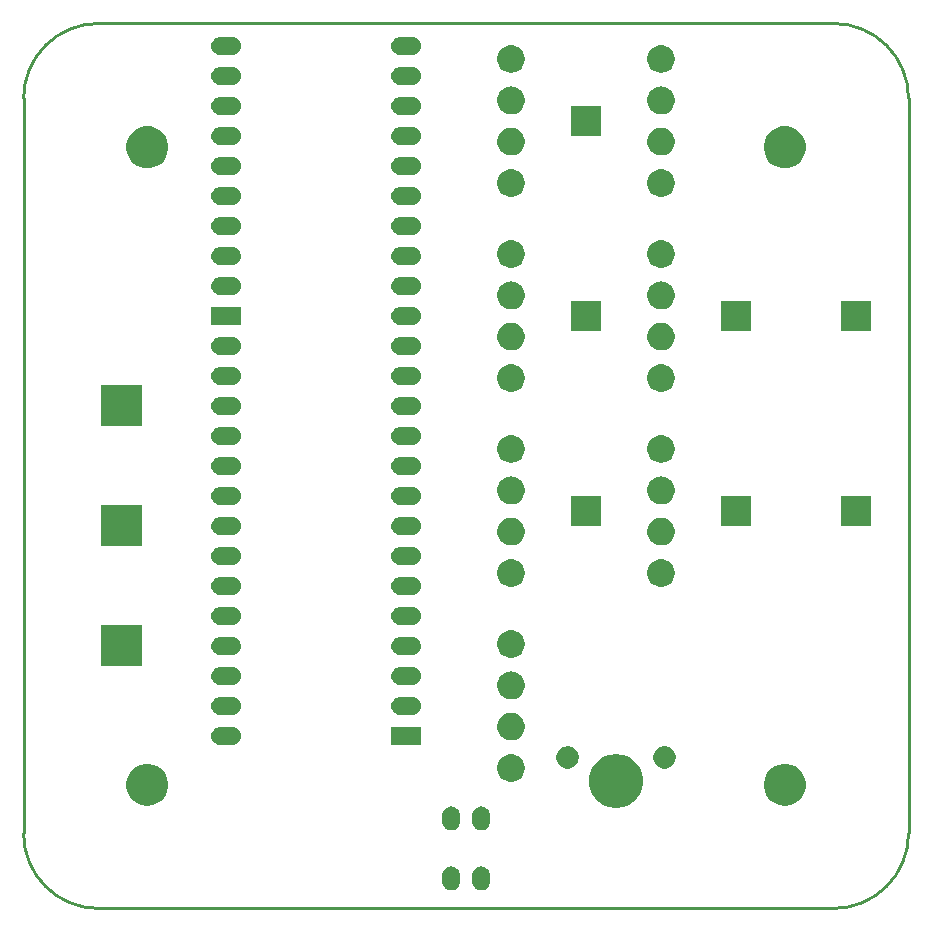
<source format=gbs>
G04 #@! TF.GenerationSoftware,KiCad,Pcbnew,6.0.0-rc1-unknown-d4e4359~66~ubuntu18.04.1*
G04 #@! TF.CreationDate,2018-09-19T14:01:08-04:00*
G04 #@! TF.ProjectId,ethoscope_stepper_controller_3x3,6574686F73636F70655F737465707065,1.1*
G04 #@! TF.SameCoordinates,Original*
G04 #@! TF.FileFunction,Soldermask,Bot*
G04 #@! TF.FilePolarity,Negative*
%FSLAX46Y46*%
G04 Gerber Fmt 4.6, Leading zero omitted, Abs format (unit mm)*
G04 Created by KiCad (PCBNEW 6.0.0-rc1-unknown-d4e4359~66~ubuntu18.04.1) date Wed Sep 19 14:01:08 2018*
%MOMM*%
%LPD*%
G01*
G04 APERTURE LIST*
%ADD10C,0.228600*%
%ADD11C,0.100000*%
G04 APERTURE END LIST*
D10*
X189865000Y-132715000D02*
X189865000Y-70485000D01*
X121285000Y-139065000D02*
X183515000Y-139065000D01*
X114935000Y-70485000D02*
X114935000Y-132715000D01*
X121285000Y-64135000D02*
X183515000Y-64135000D01*
X189865000Y-132715000D02*
G75*
G02X183515000Y-139065000I-6350000J0D01*
G01*
X121285000Y-139065000D02*
G75*
G02X114935000Y-132715000I0J6350000D01*
G01*
X183515000Y-64135000D02*
G75*
G02X189865000Y-70485000I0J-6350000D01*
G01*
X114935000Y-70485000D02*
G75*
G02X121285000Y-64135000I6350000J0D01*
G01*
D11*
G36*
X151279374Y-135520025D02*
X151279377Y-135520026D01*
X151279378Y-135520026D01*
X151423015Y-135563598D01*
X151538300Y-135625219D01*
X151555394Y-135634356D01*
X151671422Y-135729578D01*
X151766644Y-135845606D01*
X151766645Y-135845608D01*
X151837402Y-135977985D01*
X151880974Y-136121622D01*
X151880975Y-136121626D01*
X151892000Y-136233568D01*
X151892000Y-136816432D01*
X151880975Y-136928374D01*
X151880974Y-136928377D01*
X151880974Y-136928378D01*
X151837402Y-137072015D01*
X151837401Y-137072016D01*
X151766644Y-137204394D01*
X151671422Y-137320422D01*
X151555393Y-137415644D01*
X151555391Y-137415645D01*
X151423014Y-137486402D01*
X151279377Y-137529974D01*
X151279376Y-137529974D01*
X151279373Y-137529975D01*
X151130000Y-137544687D01*
X150980626Y-137529975D01*
X150980623Y-137529974D01*
X150980622Y-137529974D01*
X150836985Y-137486402D01*
X150704608Y-137415645D01*
X150704606Y-137415644D01*
X150588578Y-137320422D01*
X150493356Y-137204393D01*
X150484219Y-137187299D01*
X150422598Y-137072014D01*
X150379026Y-136928377D01*
X150379026Y-136928376D01*
X150379025Y-136928373D01*
X150368000Y-136816431D01*
X150368000Y-136233568D01*
X150379025Y-136121626D01*
X150422600Y-135977979D01*
X150493354Y-135845609D01*
X150588579Y-135729578D01*
X150704607Y-135634356D01*
X150721701Y-135625219D01*
X150836986Y-135563598D01*
X150980623Y-135520026D01*
X150980624Y-135520026D01*
X150980627Y-135520025D01*
X151130000Y-135505313D01*
X151279374Y-135520025D01*
X151279374Y-135520025D01*
G37*
G36*
X153819374Y-135520025D02*
X153819377Y-135520026D01*
X153819378Y-135520026D01*
X153963015Y-135563598D01*
X154078300Y-135625219D01*
X154095394Y-135634356D01*
X154211422Y-135729578D01*
X154306644Y-135845606D01*
X154306645Y-135845608D01*
X154377402Y-135977985D01*
X154420974Y-136121622D01*
X154420975Y-136121626D01*
X154432000Y-136233568D01*
X154432000Y-136816432D01*
X154420975Y-136928374D01*
X154420974Y-136928377D01*
X154420974Y-136928378D01*
X154377402Y-137072015D01*
X154377401Y-137072016D01*
X154306644Y-137204394D01*
X154211422Y-137320422D01*
X154095393Y-137415644D01*
X154095391Y-137415645D01*
X153963014Y-137486402D01*
X153819377Y-137529974D01*
X153819376Y-137529974D01*
X153819373Y-137529975D01*
X153670000Y-137544687D01*
X153520626Y-137529975D01*
X153520623Y-137529974D01*
X153520622Y-137529974D01*
X153376985Y-137486402D01*
X153244608Y-137415645D01*
X153244606Y-137415644D01*
X153128578Y-137320422D01*
X153033356Y-137204393D01*
X153024219Y-137187299D01*
X152962598Y-137072014D01*
X152919026Y-136928377D01*
X152919026Y-136928376D01*
X152919025Y-136928373D01*
X152908000Y-136816431D01*
X152908000Y-136233568D01*
X152919025Y-136121626D01*
X152962600Y-135977979D01*
X153033354Y-135845609D01*
X153128579Y-135729578D01*
X153244607Y-135634356D01*
X153261701Y-135625219D01*
X153376986Y-135563598D01*
X153520623Y-135520026D01*
X153520624Y-135520026D01*
X153520627Y-135520025D01*
X153670000Y-135505313D01*
X153819374Y-135520025D01*
X153819374Y-135520025D01*
G37*
G36*
X153819374Y-130440025D02*
X153819377Y-130440026D01*
X153819378Y-130440026D01*
X153963015Y-130483598D01*
X154031118Y-130520000D01*
X154095394Y-130554356D01*
X154211422Y-130649578D01*
X154306644Y-130765606D01*
X154306645Y-130765608D01*
X154377402Y-130897985D01*
X154420974Y-131041622D01*
X154420975Y-131041626D01*
X154432000Y-131153568D01*
X154432000Y-131736432D01*
X154420975Y-131848374D01*
X154420974Y-131848377D01*
X154420974Y-131848378D01*
X154377402Y-131992015D01*
X154377401Y-131992016D01*
X154306644Y-132124394D01*
X154211422Y-132240422D01*
X154095393Y-132335644D01*
X154095391Y-132335645D01*
X153963014Y-132406402D01*
X153819377Y-132449974D01*
X153819376Y-132449974D01*
X153819373Y-132449975D01*
X153670000Y-132464687D01*
X153520626Y-132449975D01*
X153520623Y-132449974D01*
X153520622Y-132449974D01*
X153376985Y-132406402D01*
X153244608Y-132335645D01*
X153244606Y-132335644D01*
X153128578Y-132240422D01*
X153033356Y-132124393D01*
X153024219Y-132107299D01*
X152962598Y-131992014D01*
X152919026Y-131848377D01*
X152919026Y-131848376D01*
X152919025Y-131848373D01*
X152908000Y-131736431D01*
X152908000Y-131153568D01*
X152919025Y-131041626D01*
X152962600Y-130897979D01*
X153033354Y-130765609D01*
X153128579Y-130649578D01*
X153244607Y-130554356D01*
X153308883Y-130520000D01*
X153376986Y-130483598D01*
X153520623Y-130440026D01*
X153520624Y-130440026D01*
X153520627Y-130440025D01*
X153670000Y-130425313D01*
X153819374Y-130440025D01*
X153819374Y-130440025D01*
G37*
G36*
X151279374Y-130440025D02*
X151279377Y-130440026D01*
X151279378Y-130440026D01*
X151423015Y-130483598D01*
X151491118Y-130520000D01*
X151555394Y-130554356D01*
X151671422Y-130649578D01*
X151766644Y-130765606D01*
X151766645Y-130765608D01*
X151837402Y-130897985D01*
X151880974Y-131041622D01*
X151880975Y-131041626D01*
X151892000Y-131153568D01*
X151892000Y-131736432D01*
X151880975Y-131848374D01*
X151880974Y-131848377D01*
X151880974Y-131848378D01*
X151837402Y-131992015D01*
X151837401Y-131992016D01*
X151766644Y-132124394D01*
X151671422Y-132240422D01*
X151555393Y-132335644D01*
X151555391Y-132335645D01*
X151423014Y-132406402D01*
X151279377Y-132449974D01*
X151279376Y-132449974D01*
X151279373Y-132449975D01*
X151130000Y-132464687D01*
X150980626Y-132449975D01*
X150980623Y-132449974D01*
X150980622Y-132449974D01*
X150836985Y-132406402D01*
X150704608Y-132335645D01*
X150704606Y-132335644D01*
X150588578Y-132240422D01*
X150493356Y-132124393D01*
X150484219Y-132107299D01*
X150422598Y-131992014D01*
X150379026Y-131848377D01*
X150379026Y-131848376D01*
X150379025Y-131848373D01*
X150368000Y-131736431D01*
X150368000Y-131153568D01*
X150379025Y-131041626D01*
X150422600Y-130897979D01*
X150493354Y-130765609D01*
X150588579Y-130649578D01*
X150704607Y-130554356D01*
X150768883Y-130520000D01*
X150836986Y-130483598D01*
X150980623Y-130440026D01*
X150980624Y-130440026D01*
X150980627Y-130440025D01*
X151130000Y-130425313D01*
X151279374Y-130440025D01*
X151279374Y-130440025D01*
G37*
G36*
X165447104Y-126044963D02*
X165756303Y-126106466D01*
X166165773Y-126276074D01*
X166534293Y-126522312D01*
X166847688Y-126835707D01*
X167093926Y-127204227D01*
X167263534Y-127613697D01*
X167350000Y-128048395D01*
X167350000Y-128491605D01*
X167263534Y-128926303D01*
X167093926Y-129335773D01*
X166847688Y-129704293D01*
X166534293Y-130017688D01*
X166165773Y-130263926D01*
X165756303Y-130433534D01*
X165504612Y-130483598D01*
X165321606Y-130520000D01*
X164878394Y-130520000D01*
X164695388Y-130483598D01*
X164443697Y-130433534D01*
X164034227Y-130263926D01*
X163665707Y-130017688D01*
X163352312Y-129704293D01*
X163106074Y-129335773D01*
X162936466Y-128926303D01*
X162850000Y-128491605D01*
X162850000Y-128048395D01*
X162936466Y-127613697D01*
X163106074Y-127204227D01*
X163352312Y-126835707D01*
X163665707Y-126522312D01*
X164034227Y-126276074D01*
X164443697Y-126106466D01*
X164752896Y-126044963D01*
X164878394Y-126020000D01*
X165321606Y-126020000D01*
X165447104Y-126044963D01*
X165447104Y-126044963D01*
G37*
G36*
X179657239Y-126828722D02*
X179906625Y-126878328D01*
X180230197Y-127012355D01*
X180379146Y-127111880D01*
X180486320Y-127183491D01*
X180521410Y-127206938D01*
X180769062Y-127454590D01*
X180963645Y-127745803D01*
X181097672Y-128069375D01*
X181166000Y-128412883D01*
X181166000Y-128763117D01*
X181097672Y-129106625D01*
X180963645Y-129430197D01*
X180833923Y-129624339D01*
X180780500Y-129704293D01*
X180769062Y-129721410D01*
X180521410Y-129969062D01*
X180230197Y-130163645D01*
X179906625Y-130297672D01*
X179677620Y-130343224D01*
X179563118Y-130366000D01*
X179212882Y-130366000D01*
X179098380Y-130343224D01*
X178869375Y-130297672D01*
X178545803Y-130163645D01*
X178254590Y-129969062D01*
X178006938Y-129721410D01*
X177995501Y-129704293D01*
X177942077Y-129624339D01*
X177812355Y-129430197D01*
X177678328Y-129106625D01*
X177610000Y-128763117D01*
X177610000Y-128412883D01*
X177678328Y-128069375D01*
X177812355Y-127745803D01*
X178006938Y-127454590D01*
X178254590Y-127206938D01*
X178289681Y-127183491D01*
X178396854Y-127111880D01*
X178545803Y-127012355D01*
X178869375Y-126878328D01*
X179118761Y-126828722D01*
X179212882Y-126810000D01*
X179563118Y-126810000D01*
X179657239Y-126828722D01*
X179657239Y-126828722D01*
G37*
G36*
X125681239Y-126828722D02*
X125930625Y-126878328D01*
X126254197Y-127012355D01*
X126403146Y-127111880D01*
X126510320Y-127183491D01*
X126545410Y-127206938D01*
X126793062Y-127454590D01*
X126987645Y-127745803D01*
X127121672Y-128069375D01*
X127190000Y-128412883D01*
X127190000Y-128763117D01*
X127121672Y-129106625D01*
X126987645Y-129430197D01*
X126857923Y-129624339D01*
X126804500Y-129704293D01*
X126793062Y-129721410D01*
X126545410Y-129969062D01*
X126254197Y-130163645D01*
X125930625Y-130297672D01*
X125701620Y-130343224D01*
X125587118Y-130366000D01*
X125236882Y-130366000D01*
X125122380Y-130343224D01*
X124893375Y-130297672D01*
X124569803Y-130163645D01*
X124278590Y-129969062D01*
X124030938Y-129721410D01*
X124019501Y-129704293D01*
X123966077Y-129624339D01*
X123836355Y-129430197D01*
X123702328Y-129106625D01*
X123634000Y-128763117D01*
X123634000Y-128412883D01*
X123702328Y-128069375D01*
X123836355Y-127745803D01*
X124030938Y-127454590D01*
X124278590Y-127206938D01*
X124313681Y-127183491D01*
X124420854Y-127111880D01*
X124569803Y-127012355D01*
X124893375Y-126878328D01*
X125142761Y-126828722D01*
X125236882Y-126810000D01*
X125587118Y-126810000D01*
X125681239Y-126828722D01*
X125681239Y-126828722D01*
G37*
G36*
X156400582Y-126014988D02*
X156551278Y-126044963D01*
X156764201Y-126133158D01*
X156955833Y-126261203D01*
X157118797Y-126424167D01*
X157246842Y-126615799D01*
X157335037Y-126828722D01*
X157380000Y-127054766D01*
X157380000Y-127285234D01*
X157335037Y-127511278D01*
X157246842Y-127724201D01*
X157118797Y-127915833D01*
X156955833Y-128078797D01*
X156764201Y-128206842D01*
X156551278Y-128295037D01*
X156400582Y-128325012D01*
X156325235Y-128340000D01*
X156094765Y-128340000D01*
X156019418Y-128325012D01*
X155868722Y-128295037D01*
X155655799Y-128206842D01*
X155464167Y-128078797D01*
X155301203Y-127915833D01*
X155173158Y-127724201D01*
X155084963Y-127511278D01*
X155040000Y-127285234D01*
X155040000Y-127054766D01*
X155084963Y-126828722D01*
X155173158Y-126615799D01*
X155301203Y-126424167D01*
X155464167Y-126261203D01*
X155655799Y-126133158D01*
X155868722Y-126044963D01*
X156019418Y-126014988D01*
X156094765Y-126000000D01*
X156325235Y-126000000D01*
X156400582Y-126014988D01*
X156400582Y-126014988D01*
G37*
G36*
X161277105Y-125356508D02*
X161449994Y-125428121D01*
X161605590Y-125532087D01*
X161737913Y-125664410D01*
X161841879Y-125820006D01*
X161913492Y-125992895D01*
X161950000Y-126176433D01*
X161950000Y-126363567D01*
X161913492Y-126547105D01*
X161841879Y-126719994D01*
X161737913Y-126875590D01*
X161605590Y-127007913D01*
X161449994Y-127111879D01*
X161277105Y-127183492D01*
X161093567Y-127220000D01*
X160906433Y-127220000D01*
X160722895Y-127183492D01*
X160550006Y-127111879D01*
X160394410Y-127007913D01*
X160262087Y-126875590D01*
X160158121Y-126719994D01*
X160086508Y-126547105D01*
X160050000Y-126363567D01*
X160050000Y-126176433D01*
X160086508Y-125992895D01*
X160158121Y-125820006D01*
X160262087Y-125664410D01*
X160394410Y-125532087D01*
X160550006Y-125428121D01*
X160722895Y-125356508D01*
X160906433Y-125320000D01*
X161093567Y-125320000D01*
X161277105Y-125356508D01*
X161277105Y-125356508D01*
G37*
G36*
X169477105Y-125356508D02*
X169649994Y-125428121D01*
X169805590Y-125532087D01*
X169937913Y-125664410D01*
X170041879Y-125820006D01*
X170113492Y-125992895D01*
X170150000Y-126176433D01*
X170150000Y-126363567D01*
X170113492Y-126547105D01*
X170041879Y-126719994D01*
X169937913Y-126875590D01*
X169805590Y-127007913D01*
X169649994Y-127111879D01*
X169477105Y-127183492D01*
X169293567Y-127220000D01*
X169106433Y-127220000D01*
X168922895Y-127183492D01*
X168750006Y-127111879D01*
X168594410Y-127007913D01*
X168462087Y-126875590D01*
X168358121Y-126719994D01*
X168286508Y-126547105D01*
X168250000Y-126363567D01*
X168250000Y-126176433D01*
X168286508Y-125992895D01*
X168358121Y-125820006D01*
X168462087Y-125664410D01*
X168594410Y-125532087D01*
X168750006Y-125428121D01*
X168922895Y-125356508D01*
X169106433Y-125320000D01*
X169293567Y-125320000D01*
X169477105Y-125356508D01*
X169477105Y-125356508D01*
G37*
G36*
X148590000Y-125222000D02*
X146050000Y-125222000D01*
X146050000Y-123698000D01*
X148590000Y-123698000D01*
X148590000Y-125222000D01*
X148590000Y-125222000D01*
G37*
G36*
X132737374Y-123709025D02*
X132737377Y-123709026D01*
X132737378Y-123709026D01*
X132881015Y-123752598D01*
X132996300Y-123814219D01*
X133013394Y-123823356D01*
X133129422Y-123918578D01*
X133224644Y-124034606D01*
X133224645Y-124034608D01*
X133295402Y-124166985D01*
X133338974Y-124310622D01*
X133338975Y-124310626D01*
X133353687Y-124460000D01*
X133338975Y-124609374D01*
X133338974Y-124609377D01*
X133338974Y-124609378D01*
X133295402Y-124753015D01*
X133233781Y-124868300D01*
X133224644Y-124885394D01*
X133129422Y-125001422D01*
X133013394Y-125096644D01*
X133013392Y-125096645D01*
X132881015Y-125167402D01*
X132737378Y-125210974D01*
X132737377Y-125210974D01*
X132737374Y-125210975D01*
X132625432Y-125222000D01*
X131534568Y-125222000D01*
X131422626Y-125210975D01*
X131422623Y-125210974D01*
X131422622Y-125210974D01*
X131278985Y-125167402D01*
X131146608Y-125096645D01*
X131146606Y-125096644D01*
X131030578Y-125001422D01*
X130935356Y-124885394D01*
X130926219Y-124868300D01*
X130864598Y-124753015D01*
X130821026Y-124609378D01*
X130821026Y-124609377D01*
X130821025Y-124609374D01*
X130806313Y-124460000D01*
X130821025Y-124310626D01*
X130821026Y-124310622D01*
X130864598Y-124166985D01*
X130935355Y-124034608D01*
X130935356Y-124034606D01*
X131030578Y-123918578D01*
X131146606Y-123823356D01*
X131163700Y-123814219D01*
X131278985Y-123752598D01*
X131422622Y-123709026D01*
X131422623Y-123709026D01*
X131422626Y-123709025D01*
X131534568Y-123698000D01*
X132625432Y-123698000D01*
X132737374Y-123709025D01*
X132737374Y-123709025D01*
G37*
G36*
X156400582Y-122514988D02*
X156551278Y-122544963D01*
X156764201Y-122633158D01*
X156955833Y-122761203D01*
X157118797Y-122924167D01*
X157246842Y-123115799D01*
X157335037Y-123328722D01*
X157380000Y-123554766D01*
X157380000Y-123785234D01*
X157335037Y-124011278D01*
X157246842Y-124224201D01*
X157118797Y-124415833D01*
X156955833Y-124578797D01*
X156764201Y-124706842D01*
X156551278Y-124795037D01*
X156400582Y-124825012D01*
X156325235Y-124840000D01*
X156094765Y-124840000D01*
X156019418Y-124825012D01*
X155868722Y-124795037D01*
X155655799Y-124706842D01*
X155464167Y-124578797D01*
X155301203Y-124415833D01*
X155173158Y-124224201D01*
X155084963Y-124011278D01*
X155040000Y-123785234D01*
X155040000Y-123554766D01*
X155084963Y-123328722D01*
X155173158Y-123115799D01*
X155301203Y-122924167D01*
X155464167Y-122761203D01*
X155655799Y-122633158D01*
X155868722Y-122544963D01*
X156019418Y-122514988D01*
X156094765Y-122500000D01*
X156325235Y-122500000D01*
X156400582Y-122514988D01*
X156400582Y-122514988D01*
G37*
G36*
X132737374Y-121169025D02*
X132737377Y-121169026D01*
X132737378Y-121169026D01*
X132881015Y-121212598D01*
X132996300Y-121274219D01*
X133013394Y-121283356D01*
X133129422Y-121378578D01*
X133224644Y-121494606D01*
X133224645Y-121494608D01*
X133295402Y-121626985D01*
X133338974Y-121770622D01*
X133338975Y-121770626D01*
X133353687Y-121920000D01*
X133338975Y-122069374D01*
X133338974Y-122069377D01*
X133338974Y-122069378D01*
X133295402Y-122213015D01*
X133295401Y-122213016D01*
X133224644Y-122345394D01*
X133129422Y-122461422D01*
X133013394Y-122556644D01*
X133013392Y-122556645D01*
X132881015Y-122627402D01*
X132737378Y-122670974D01*
X132737377Y-122670974D01*
X132737374Y-122670975D01*
X132625432Y-122682000D01*
X131534568Y-122682000D01*
X131422626Y-122670975D01*
X131422623Y-122670974D01*
X131422622Y-122670974D01*
X131278985Y-122627402D01*
X131146608Y-122556645D01*
X131146606Y-122556644D01*
X131030578Y-122461422D01*
X130935356Y-122345394D01*
X130864599Y-122213016D01*
X130864598Y-122213015D01*
X130821026Y-122069378D01*
X130821026Y-122069377D01*
X130821025Y-122069374D01*
X130806313Y-121920000D01*
X130821025Y-121770626D01*
X130821026Y-121770622D01*
X130864598Y-121626985D01*
X130935355Y-121494608D01*
X130935356Y-121494606D01*
X131030578Y-121378578D01*
X131146606Y-121283356D01*
X131163700Y-121274219D01*
X131278985Y-121212598D01*
X131422622Y-121169026D01*
X131422623Y-121169026D01*
X131422626Y-121169025D01*
X131534568Y-121158000D01*
X132625432Y-121158000D01*
X132737374Y-121169025D01*
X132737374Y-121169025D01*
G37*
G36*
X147977374Y-121169025D02*
X147977377Y-121169026D01*
X147977378Y-121169026D01*
X148121015Y-121212598D01*
X148236300Y-121274219D01*
X148253394Y-121283356D01*
X148369422Y-121378578D01*
X148464644Y-121494606D01*
X148464645Y-121494608D01*
X148535402Y-121626985D01*
X148578974Y-121770622D01*
X148578975Y-121770626D01*
X148593687Y-121920000D01*
X148578975Y-122069374D01*
X148578974Y-122069377D01*
X148578974Y-122069378D01*
X148535402Y-122213015D01*
X148535401Y-122213016D01*
X148464644Y-122345394D01*
X148369422Y-122461422D01*
X148253394Y-122556644D01*
X148253392Y-122556645D01*
X148121015Y-122627402D01*
X147977378Y-122670974D01*
X147977377Y-122670974D01*
X147977374Y-122670975D01*
X147865432Y-122682000D01*
X146774568Y-122682000D01*
X146662626Y-122670975D01*
X146662623Y-122670974D01*
X146662622Y-122670974D01*
X146518985Y-122627402D01*
X146386608Y-122556645D01*
X146386606Y-122556644D01*
X146270578Y-122461422D01*
X146175356Y-122345394D01*
X146104599Y-122213016D01*
X146104598Y-122213015D01*
X146061026Y-122069378D01*
X146061026Y-122069377D01*
X146061025Y-122069374D01*
X146046313Y-121920000D01*
X146061025Y-121770626D01*
X146061026Y-121770622D01*
X146104598Y-121626985D01*
X146175355Y-121494608D01*
X146175356Y-121494606D01*
X146270578Y-121378578D01*
X146386606Y-121283356D01*
X146403700Y-121274219D01*
X146518985Y-121212598D01*
X146662622Y-121169026D01*
X146662623Y-121169026D01*
X146662626Y-121169025D01*
X146774568Y-121158000D01*
X147865432Y-121158000D01*
X147977374Y-121169025D01*
X147977374Y-121169025D01*
G37*
G36*
X156400582Y-119014988D02*
X156551278Y-119044963D01*
X156764201Y-119133158D01*
X156955833Y-119261203D01*
X157118797Y-119424167D01*
X157246842Y-119615799D01*
X157335037Y-119828722D01*
X157380000Y-120054766D01*
X157380000Y-120285234D01*
X157335037Y-120511278D01*
X157246842Y-120724201D01*
X157118797Y-120915833D01*
X156955833Y-121078797D01*
X156764201Y-121206842D01*
X156551278Y-121295037D01*
X156400582Y-121325012D01*
X156325235Y-121340000D01*
X156094765Y-121340000D01*
X156019418Y-121325012D01*
X155868722Y-121295037D01*
X155655799Y-121206842D01*
X155464167Y-121078797D01*
X155301203Y-120915833D01*
X155173158Y-120724201D01*
X155084963Y-120511278D01*
X155040000Y-120285234D01*
X155040000Y-120054766D01*
X155084963Y-119828722D01*
X155173158Y-119615799D01*
X155301203Y-119424167D01*
X155464167Y-119261203D01*
X155655799Y-119133158D01*
X155868722Y-119044963D01*
X156019418Y-119014988D01*
X156094765Y-119000000D01*
X156325235Y-119000000D01*
X156400582Y-119014988D01*
X156400582Y-119014988D01*
G37*
G36*
X147977374Y-118629025D02*
X147977377Y-118629026D01*
X147977378Y-118629026D01*
X148121015Y-118672598D01*
X148236300Y-118734219D01*
X148253394Y-118743356D01*
X148369422Y-118838578D01*
X148464644Y-118954606D01*
X148464645Y-118954608D01*
X148535402Y-119086985D01*
X148549408Y-119133158D01*
X148578975Y-119230626D01*
X148593687Y-119380000D01*
X148578975Y-119529374D01*
X148578974Y-119529377D01*
X148578974Y-119529378D01*
X148535402Y-119673015D01*
X148535401Y-119673016D01*
X148464644Y-119805394D01*
X148369422Y-119921422D01*
X148253394Y-120016644D01*
X148253392Y-120016645D01*
X148121015Y-120087402D01*
X147977378Y-120130974D01*
X147977377Y-120130974D01*
X147977374Y-120130975D01*
X147865432Y-120142000D01*
X146774568Y-120142000D01*
X146662626Y-120130975D01*
X146662623Y-120130974D01*
X146662622Y-120130974D01*
X146518985Y-120087402D01*
X146386608Y-120016645D01*
X146386606Y-120016644D01*
X146270578Y-119921422D01*
X146175356Y-119805394D01*
X146104599Y-119673016D01*
X146104598Y-119673015D01*
X146061026Y-119529378D01*
X146061026Y-119529377D01*
X146061025Y-119529374D01*
X146046313Y-119380000D01*
X146061025Y-119230626D01*
X146090592Y-119133158D01*
X146104598Y-119086985D01*
X146175355Y-118954608D01*
X146175356Y-118954606D01*
X146270578Y-118838578D01*
X146386606Y-118743356D01*
X146403700Y-118734219D01*
X146518985Y-118672598D01*
X146662622Y-118629026D01*
X146662623Y-118629026D01*
X146662626Y-118629025D01*
X146774568Y-118618000D01*
X147865432Y-118618000D01*
X147977374Y-118629025D01*
X147977374Y-118629025D01*
G37*
G36*
X132737374Y-118629025D02*
X132737377Y-118629026D01*
X132737378Y-118629026D01*
X132881015Y-118672598D01*
X132996300Y-118734219D01*
X133013394Y-118743356D01*
X133129422Y-118838578D01*
X133224644Y-118954606D01*
X133224645Y-118954608D01*
X133295402Y-119086985D01*
X133309408Y-119133158D01*
X133338975Y-119230626D01*
X133353687Y-119380000D01*
X133338975Y-119529374D01*
X133338974Y-119529377D01*
X133338974Y-119529378D01*
X133295402Y-119673015D01*
X133295401Y-119673016D01*
X133224644Y-119805394D01*
X133129422Y-119921422D01*
X133013394Y-120016644D01*
X133013392Y-120016645D01*
X132881015Y-120087402D01*
X132737378Y-120130974D01*
X132737377Y-120130974D01*
X132737374Y-120130975D01*
X132625432Y-120142000D01*
X131534568Y-120142000D01*
X131422626Y-120130975D01*
X131422623Y-120130974D01*
X131422622Y-120130974D01*
X131278985Y-120087402D01*
X131146608Y-120016645D01*
X131146606Y-120016644D01*
X131030578Y-119921422D01*
X130935356Y-119805394D01*
X130864599Y-119673016D01*
X130864598Y-119673015D01*
X130821026Y-119529378D01*
X130821026Y-119529377D01*
X130821025Y-119529374D01*
X130806313Y-119380000D01*
X130821025Y-119230626D01*
X130850592Y-119133158D01*
X130864598Y-119086985D01*
X130935355Y-118954608D01*
X130935356Y-118954606D01*
X131030578Y-118838578D01*
X131146606Y-118743356D01*
X131163700Y-118734219D01*
X131278985Y-118672598D01*
X131422622Y-118629026D01*
X131422623Y-118629026D01*
X131422626Y-118629025D01*
X131534568Y-118618000D01*
X132625432Y-118618000D01*
X132737374Y-118629025D01*
X132737374Y-118629025D01*
G37*
G36*
X124927500Y-118577500D02*
X121452500Y-118577500D01*
X121452500Y-115102500D01*
X124927500Y-115102500D01*
X124927500Y-118577500D01*
X124927500Y-118577500D01*
G37*
G36*
X156400582Y-115514988D02*
X156551278Y-115544963D01*
X156764201Y-115633158D01*
X156955833Y-115761203D01*
X157118797Y-115924167D01*
X157246842Y-116115799D01*
X157335037Y-116328722D01*
X157380000Y-116554766D01*
X157380000Y-116785234D01*
X157335037Y-117011278D01*
X157246842Y-117224201D01*
X157118797Y-117415833D01*
X156955833Y-117578797D01*
X156764201Y-117706842D01*
X156551278Y-117795037D01*
X156400582Y-117825012D01*
X156325235Y-117840000D01*
X156094765Y-117840000D01*
X156019418Y-117825012D01*
X155868722Y-117795037D01*
X155655799Y-117706842D01*
X155464167Y-117578797D01*
X155301203Y-117415833D01*
X155173158Y-117224201D01*
X155084963Y-117011278D01*
X155040000Y-116785234D01*
X155040000Y-116554766D01*
X155084963Y-116328722D01*
X155173158Y-116115799D01*
X155301203Y-115924167D01*
X155464167Y-115761203D01*
X155655799Y-115633158D01*
X155868722Y-115544963D01*
X156019418Y-115514988D01*
X156094765Y-115500000D01*
X156325235Y-115500000D01*
X156400582Y-115514988D01*
X156400582Y-115514988D01*
G37*
G36*
X132737374Y-116089025D02*
X132737377Y-116089026D01*
X132737378Y-116089026D01*
X132881015Y-116132598D01*
X132996300Y-116194219D01*
X133013394Y-116203356D01*
X133129422Y-116298578D01*
X133224644Y-116414606D01*
X133224645Y-116414608D01*
X133295402Y-116546985D01*
X133297762Y-116554766D01*
X133338975Y-116690626D01*
X133353687Y-116840000D01*
X133338975Y-116989374D01*
X133338974Y-116989377D01*
X133338974Y-116989378D01*
X133295402Y-117133015D01*
X133295401Y-117133016D01*
X133224644Y-117265394D01*
X133129422Y-117381422D01*
X133013394Y-117476644D01*
X133013392Y-117476645D01*
X132881015Y-117547402D01*
X132737378Y-117590974D01*
X132737377Y-117590974D01*
X132737374Y-117590975D01*
X132625432Y-117602000D01*
X131534568Y-117602000D01*
X131422626Y-117590975D01*
X131422623Y-117590974D01*
X131422622Y-117590974D01*
X131278985Y-117547402D01*
X131146608Y-117476645D01*
X131146606Y-117476644D01*
X131030578Y-117381422D01*
X130935356Y-117265394D01*
X130864599Y-117133016D01*
X130864598Y-117133015D01*
X130821026Y-116989378D01*
X130821026Y-116989377D01*
X130821025Y-116989374D01*
X130806313Y-116840000D01*
X130821025Y-116690626D01*
X130862238Y-116554766D01*
X130864598Y-116546985D01*
X130935355Y-116414608D01*
X130935356Y-116414606D01*
X131030578Y-116298578D01*
X131146606Y-116203356D01*
X131163700Y-116194219D01*
X131278985Y-116132598D01*
X131422622Y-116089026D01*
X131422623Y-116089026D01*
X131422626Y-116089025D01*
X131534568Y-116078000D01*
X132625432Y-116078000D01*
X132737374Y-116089025D01*
X132737374Y-116089025D01*
G37*
G36*
X147977374Y-116089025D02*
X147977377Y-116089026D01*
X147977378Y-116089026D01*
X148121015Y-116132598D01*
X148236300Y-116194219D01*
X148253394Y-116203356D01*
X148369422Y-116298578D01*
X148464644Y-116414606D01*
X148464645Y-116414608D01*
X148535402Y-116546985D01*
X148537762Y-116554766D01*
X148578975Y-116690626D01*
X148593687Y-116840000D01*
X148578975Y-116989374D01*
X148578974Y-116989377D01*
X148578974Y-116989378D01*
X148535402Y-117133015D01*
X148535401Y-117133016D01*
X148464644Y-117265394D01*
X148369422Y-117381422D01*
X148253394Y-117476644D01*
X148253392Y-117476645D01*
X148121015Y-117547402D01*
X147977378Y-117590974D01*
X147977377Y-117590974D01*
X147977374Y-117590975D01*
X147865432Y-117602000D01*
X146774568Y-117602000D01*
X146662626Y-117590975D01*
X146662623Y-117590974D01*
X146662622Y-117590974D01*
X146518985Y-117547402D01*
X146386608Y-117476645D01*
X146386606Y-117476644D01*
X146270578Y-117381422D01*
X146175356Y-117265394D01*
X146104599Y-117133016D01*
X146104598Y-117133015D01*
X146061026Y-116989378D01*
X146061026Y-116989377D01*
X146061025Y-116989374D01*
X146046313Y-116840000D01*
X146061025Y-116690626D01*
X146102238Y-116554766D01*
X146104598Y-116546985D01*
X146175355Y-116414608D01*
X146175356Y-116414606D01*
X146270578Y-116298578D01*
X146386606Y-116203356D01*
X146403700Y-116194219D01*
X146518985Y-116132598D01*
X146662622Y-116089026D01*
X146662623Y-116089026D01*
X146662626Y-116089025D01*
X146774568Y-116078000D01*
X147865432Y-116078000D01*
X147977374Y-116089025D01*
X147977374Y-116089025D01*
G37*
G36*
X147977374Y-113549025D02*
X147977377Y-113549026D01*
X147977378Y-113549026D01*
X148121015Y-113592598D01*
X148236300Y-113654219D01*
X148253394Y-113663356D01*
X148369422Y-113758578D01*
X148464644Y-113874606D01*
X148464645Y-113874608D01*
X148535402Y-114006985D01*
X148578974Y-114150622D01*
X148578975Y-114150626D01*
X148593687Y-114300000D01*
X148578975Y-114449374D01*
X148578974Y-114449377D01*
X148578974Y-114449378D01*
X148535402Y-114593015D01*
X148535401Y-114593016D01*
X148464644Y-114725394D01*
X148369422Y-114841422D01*
X148253394Y-114936644D01*
X148253392Y-114936645D01*
X148121015Y-115007402D01*
X147977378Y-115050974D01*
X147977377Y-115050974D01*
X147977374Y-115050975D01*
X147865432Y-115062000D01*
X146774568Y-115062000D01*
X146662626Y-115050975D01*
X146662623Y-115050974D01*
X146662622Y-115050974D01*
X146518985Y-115007402D01*
X146386608Y-114936645D01*
X146386606Y-114936644D01*
X146270578Y-114841422D01*
X146175356Y-114725394D01*
X146104599Y-114593016D01*
X146104598Y-114593015D01*
X146061026Y-114449378D01*
X146061026Y-114449377D01*
X146061025Y-114449374D01*
X146046313Y-114300000D01*
X146061025Y-114150626D01*
X146061026Y-114150622D01*
X146104598Y-114006985D01*
X146175355Y-113874608D01*
X146175356Y-113874606D01*
X146270578Y-113758578D01*
X146386606Y-113663356D01*
X146403700Y-113654219D01*
X146518985Y-113592598D01*
X146662622Y-113549026D01*
X146662623Y-113549026D01*
X146662626Y-113549025D01*
X146774568Y-113538000D01*
X147865432Y-113538000D01*
X147977374Y-113549025D01*
X147977374Y-113549025D01*
G37*
G36*
X132737374Y-113549025D02*
X132737377Y-113549026D01*
X132737378Y-113549026D01*
X132881015Y-113592598D01*
X132996300Y-113654219D01*
X133013394Y-113663356D01*
X133129422Y-113758578D01*
X133224644Y-113874606D01*
X133224645Y-113874608D01*
X133295402Y-114006985D01*
X133338974Y-114150622D01*
X133338975Y-114150626D01*
X133353687Y-114300000D01*
X133338975Y-114449374D01*
X133338974Y-114449377D01*
X133338974Y-114449378D01*
X133295402Y-114593015D01*
X133295401Y-114593016D01*
X133224644Y-114725394D01*
X133129422Y-114841422D01*
X133013394Y-114936644D01*
X133013392Y-114936645D01*
X132881015Y-115007402D01*
X132737378Y-115050974D01*
X132737377Y-115050974D01*
X132737374Y-115050975D01*
X132625432Y-115062000D01*
X131534568Y-115062000D01*
X131422626Y-115050975D01*
X131422623Y-115050974D01*
X131422622Y-115050974D01*
X131278985Y-115007402D01*
X131146608Y-114936645D01*
X131146606Y-114936644D01*
X131030578Y-114841422D01*
X130935356Y-114725394D01*
X130864599Y-114593016D01*
X130864598Y-114593015D01*
X130821026Y-114449378D01*
X130821026Y-114449377D01*
X130821025Y-114449374D01*
X130806313Y-114300000D01*
X130821025Y-114150626D01*
X130821026Y-114150622D01*
X130864598Y-114006985D01*
X130935355Y-113874608D01*
X130935356Y-113874606D01*
X131030578Y-113758578D01*
X131146606Y-113663356D01*
X131163700Y-113654219D01*
X131278985Y-113592598D01*
X131422622Y-113549026D01*
X131422623Y-113549026D01*
X131422626Y-113549025D01*
X131534568Y-113538000D01*
X132625432Y-113538000D01*
X132737374Y-113549025D01*
X132737374Y-113549025D01*
G37*
G36*
X132737374Y-111009025D02*
X132737377Y-111009026D01*
X132737378Y-111009026D01*
X132881015Y-111052598D01*
X132996300Y-111114219D01*
X133013394Y-111123356D01*
X133129422Y-111218578D01*
X133224644Y-111334606D01*
X133224645Y-111334608D01*
X133295402Y-111466985D01*
X133338974Y-111610622D01*
X133338975Y-111610626D01*
X133353687Y-111760000D01*
X133338975Y-111909374D01*
X133338974Y-111909377D01*
X133338974Y-111909378D01*
X133295402Y-112053015D01*
X133295401Y-112053016D01*
X133224644Y-112185394D01*
X133129422Y-112301422D01*
X133013394Y-112396644D01*
X133013392Y-112396645D01*
X132881015Y-112467402D01*
X132737378Y-112510974D01*
X132737377Y-112510974D01*
X132737374Y-112510975D01*
X132625432Y-112522000D01*
X131534568Y-112522000D01*
X131422626Y-112510975D01*
X131422623Y-112510974D01*
X131422622Y-112510974D01*
X131278985Y-112467402D01*
X131146608Y-112396645D01*
X131146606Y-112396644D01*
X131030578Y-112301422D01*
X130935356Y-112185394D01*
X130864599Y-112053016D01*
X130864598Y-112053015D01*
X130821026Y-111909378D01*
X130821026Y-111909377D01*
X130821025Y-111909374D01*
X130806313Y-111760000D01*
X130821025Y-111610626D01*
X130821026Y-111610622D01*
X130864598Y-111466985D01*
X130935355Y-111334608D01*
X130935356Y-111334606D01*
X131030578Y-111218578D01*
X131146606Y-111123356D01*
X131163700Y-111114219D01*
X131278985Y-111052598D01*
X131422622Y-111009026D01*
X131422623Y-111009026D01*
X131422626Y-111009025D01*
X131534568Y-110998000D01*
X132625432Y-110998000D01*
X132737374Y-111009025D01*
X132737374Y-111009025D01*
G37*
G36*
X147977374Y-111009025D02*
X147977377Y-111009026D01*
X147977378Y-111009026D01*
X148121015Y-111052598D01*
X148236300Y-111114219D01*
X148253394Y-111123356D01*
X148369422Y-111218578D01*
X148464644Y-111334606D01*
X148464645Y-111334608D01*
X148535402Y-111466985D01*
X148578974Y-111610622D01*
X148578975Y-111610626D01*
X148593687Y-111760000D01*
X148578975Y-111909374D01*
X148578974Y-111909377D01*
X148578974Y-111909378D01*
X148535402Y-112053015D01*
X148535401Y-112053016D01*
X148464644Y-112185394D01*
X148369422Y-112301422D01*
X148253394Y-112396644D01*
X148253392Y-112396645D01*
X148121015Y-112467402D01*
X147977378Y-112510974D01*
X147977377Y-112510974D01*
X147977374Y-112510975D01*
X147865432Y-112522000D01*
X146774568Y-112522000D01*
X146662626Y-112510975D01*
X146662623Y-112510974D01*
X146662622Y-112510974D01*
X146518985Y-112467402D01*
X146386608Y-112396645D01*
X146386606Y-112396644D01*
X146270578Y-112301422D01*
X146175356Y-112185394D01*
X146104599Y-112053016D01*
X146104598Y-112053015D01*
X146061026Y-111909378D01*
X146061026Y-111909377D01*
X146061025Y-111909374D01*
X146046313Y-111760000D01*
X146061025Y-111610626D01*
X146061026Y-111610622D01*
X146104598Y-111466985D01*
X146175355Y-111334608D01*
X146175356Y-111334606D01*
X146270578Y-111218578D01*
X146386606Y-111123356D01*
X146403700Y-111114219D01*
X146518985Y-111052598D01*
X146662622Y-111009026D01*
X146662623Y-111009026D01*
X146662626Y-111009025D01*
X146774568Y-110998000D01*
X147865432Y-110998000D01*
X147977374Y-111009025D01*
X147977374Y-111009025D01*
G37*
G36*
X169100582Y-109504988D02*
X169251278Y-109534963D01*
X169464201Y-109623158D01*
X169655833Y-109751203D01*
X169818797Y-109914167D01*
X169946842Y-110105799D01*
X170035037Y-110318722D01*
X170080000Y-110544766D01*
X170080000Y-110775234D01*
X170035037Y-111001278D01*
X169946842Y-111214201D01*
X169818797Y-111405833D01*
X169655833Y-111568797D01*
X169464201Y-111696842D01*
X169251278Y-111785037D01*
X169100582Y-111815012D01*
X169025235Y-111830000D01*
X168794765Y-111830000D01*
X168719418Y-111815012D01*
X168568722Y-111785037D01*
X168355799Y-111696842D01*
X168164167Y-111568797D01*
X168001203Y-111405833D01*
X167873158Y-111214201D01*
X167784963Y-111001278D01*
X167740000Y-110775234D01*
X167740000Y-110544766D01*
X167784963Y-110318722D01*
X167873158Y-110105799D01*
X168001203Y-109914167D01*
X168164167Y-109751203D01*
X168355799Y-109623158D01*
X168568722Y-109534963D01*
X168719418Y-109504988D01*
X168794765Y-109490000D01*
X169025235Y-109490000D01*
X169100582Y-109504988D01*
X169100582Y-109504988D01*
G37*
G36*
X156400582Y-109504988D02*
X156551278Y-109534963D01*
X156764201Y-109623158D01*
X156955833Y-109751203D01*
X157118797Y-109914167D01*
X157246842Y-110105799D01*
X157335037Y-110318722D01*
X157380000Y-110544766D01*
X157380000Y-110775234D01*
X157335037Y-111001278D01*
X157246842Y-111214201D01*
X157118797Y-111405833D01*
X156955833Y-111568797D01*
X156764201Y-111696842D01*
X156551278Y-111785037D01*
X156400582Y-111815012D01*
X156325235Y-111830000D01*
X156094765Y-111830000D01*
X156019418Y-111815012D01*
X155868722Y-111785037D01*
X155655799Y-111696842D01*
X155464167Y-111568797D01*
X155301203Y-111405833D01*
X155173158Y-111214201D01*
X155084963Y-111001278D01*
X155040000Y-110775234D01*
X155040000Y-110544766D01*
X155084963Y-110318722D01*
X155173158Y-110105799D01*
X155301203Y-109914167D01*
X155464167Y-109751203D01*
X155655799Y-109623158D01*
X155868722Y-109534963D01*
X156019418Y-109504988D01*
X156094765Y-109490000D01*
X156325235Y-109490000D01*
X156400582Y-109504988D01*
X156400582Y-109504988D01*
G37*
G36*
X132737374Y-108469025D02*
X132737377Y-108469026D01*
X132737378Y-108469026D01*
X132881015Y-108512598D01*
X132996300Y-108574219D01*
X133013394Y-108583356D01*
X133129422Y-108678578D01*
X133224644Y-108794606D01*
X133224645Y-108794608D01*
X133295402Y-108926985D01*
X133338974Y-109070622D01*
X133338975Y-109070626D01*
X133353687Y-109220000D01*
X133338975Y-109369374D01*
X133338974Y-109369377D01*
X133338974Y-109369378D01*
X133295402Y-109513015D01*
X133236529Y-109623158D01*
X133224644Y-109645394D01*
X133129422Y-109761422D01*
X133013394Y-109856644D01*
X133013392Y-109856645D01*
X132881015Y-109927402D01*
X132737378Y-109970974D01*
X132737377Y-109970974D01*
X132737374Y-109970975D01*
X132625432Y-109982000D01*
X131534568Y-109982000D01*
X131422626Y-109970975D01*
X131422623Y-109970974D01*
X131422622Y-109970974D01*
X131278985Y-109927402D01*
X131146608Y-109856645D01*
X131146606Y-109856644D01*
X131030578Y-109761422D01*
X130935356Y-109645394D01*
X130923471Y-109623158D01*
X130864598Y-109513015D01*
X130821026Y-109369378D01*
X130821026Y-109369377D01*
X130821025Y-109369374D01*
X130806313Y-109220000D01*
X130821025Y-109070626D01*
X130821026Y-109070622D01*
X130864598Y-108926985D01*
X130935355Y-108794608D01*
X130935356Y-108794606D01*
X131030578Y-108678578D01*
X131146606Y-108583356D01*
X131163700Y-108574219D01*
X131278985Y-108512598D01*
X131422622Y-108469026D01*
X131422623Y-108469026D01*
X131422626Y-108469025D01*
X131534568Y-108458000D01*
X132625432Y-108458000D01*
X132737374Y-108469025D01*
X132737374Y-108469025D01*
G37*
G36*
X147977374Y-108469025D02*
X147977377Y-108469026D01*
X147977378Y-108469026D01*
X148121015Y-108512598D01*
X148236300Y-108574219D01*
X148253394Y-108583356D01*
X148369422Y-108678578D01*
X148464644Y-108794606D01*
X148464645Y-108794608D01*
X148535402Y-108926985D01*
X148578974Y-109070622D01*
X148578975Y-109070626D01*
X148593687Y-109220000D01*
X148578975Y-109369374D01*
X148578974Y-109369377D01*
X148578974Y-109369378D01*
X148535402Y-109513015D01*
X148476529Y-109623158D01*
X148464644Y-109645394D01*
X148369422Y-109761422D01*
X148253394Y-109856644D01*
X148253392Y-109856645D01*
X148121015Y-109927402D01*
X147977378Y-109970974D01*
X147977377Y-109970974D01*
X147977374Y-109970975D01*
X147865432Y-109982000D01*
X146774568Y-109982000D01*
X146662626Y-109970975D01*
X146662623Y-109970974D01*
X146662622Y-109970974D01*
X146518985Y-109927402D01*
X146386608Y-109856645D01*
X146386606Y-109856644D01*
X146270578Y-109761422D01*
X146175356Y-109645394D01*
X146163471Y-109623158D01*
X146104598Y-109513015D01*
X146061026Y-109369378D01*
X146061026Y-109369377D01*
X146061025Y-109369374D01*
X146046313Y-109220000D01*
X146061025Y-109070626D01*
X146061026Y-109070622D01*
X146104598Y-108926985D01*
X146175355Y-108794608D01*
X146175356Y-108794606D01*
X146270578Y-108678578D01*
X146386606Y-108583356D01*
X146403700Y-108574219D01*
X146518985Y-108512598D01*
X146662622Y-108469026D01*
X146662623Y-108469026D01*
X146662626Y-108469025D01*
X146774568Y-108458000D01*
X147865432Y-108458000D01*
X147977374Y-108469025D01*
X147977374Y-108469025D01*
G37*
G36*
X124927500Y-108417500D02*
X121452500Y-108417500D01*
X121452500Y-104942500D01*
X124927500Y-104942500D01*
X124927500Y-108417500D01*
X124927500Y-108417500D01*
G37*
G36*
X156400582Y-106004988D02*
X156551278Y-106034963D01*
X156764201Y-106123158D01*
X156955833Y-106251203D01*
X157118797Y-106414167D01*
X157246842Y-106605799D01*
X157335037Y-106818722D01*
X157380000Y-107044766D01*
X157380000Y-107275234D01*
X157335037Y-107501278D01*
X157246842Y-107714201D01*
X157118797Y-107905833D01*
X156955833Y-108068797D01*
X156764201Y-108196842D01*
X156551278Y-108285037D01*
X156400582Y-108315012D01*
X156325235Y-108330000D01*
X156094765Y-108330000D01*
X156019418Y-108315012D01*
X155868722Y-108285037D01*
X155655799Y-108196842D01*
X155464167Y-108068797D01*
X155301203Y-107905833D01*
X155173158Y-107714201D01*
X155084963Y-107501278D01*
X155040000Y-107275234D01*
X155040000Y-107044766D01*
X155084963Y-106818722D01*
X155173158Y-106605799D01*
X155301203Y-106414167D01*
X155464167Y-106251203D01*
X155655799Y-106123158D01*
X155868722Y-106034963D01*
X156019418Y-106004988D01*
X156094765Y-105990000D01*
X156325235Y-105990000D01*
X156400582Y-106004988D01*
X156400582Y-106004988D01*
G37*
G36*
X169100582Y-106004988D02*
X169251278Y-106034963D01*
X169464201Y-106123158D01*
X169655833Y-106251203D01*
X169818797Y-106414167D01*
X169946842Y-106605799D01*
X170035037Y-106818722D01*
X170080000Y-107044766D01*
X170080000Y-107275234D01*
X170035037Y-107501278D01*
X169946842Y-107714201D01*
X169818797Y-107905833D01*
X169655833Y-108068797D01*
X169464201Y-108196842D01*
X169251278Y-108285037D01*
X169100582Y-108315012D01*
X169025235Y-108330000D01*
X168794765Y-108330000D01*
X168719418Y-108315012D01*
X168568722Y-108285037D01*
X168355799Y-108196842D01*
X168164167Y-108068797D01*
X168001203Y-107905833D01*
X167873158Y-107714201D01*
X167784963Y-107501278D01*
X167740000Y-107275234D01*
X167740000Y-107044766D01*
X167784963Y-106818722D01*
X167873158Y-106605799D01*
X168001203Y-106414167D01*
X168164167Y-106251203D01*
X168355799Y-106123158D01*
X168568722Y-106034963D01*
X168719418Y-106004988D01*
X168794765Y-105990000D01*
X169025235Y-105990000D01*
X169100582Y-106004988D01*
X169100582Y-106004988D01*
G37*
G36*
X132737374Y-105929025D02*
X132737377Y-105929026D01*
X132737378Y-105929026D01*
X132881015Y-105972598D01*
X132996300Y-106034219D01*
X133013394Y-106043356D01*
X133129422Y-106138578D01*
X133224644Y-106254606D01*
X133224645Y-106254608D01*
X133295402Y-106386985D01*
X133303648Y-106414169D01*
X133338975Y-106530626D01*
X133353687Y-106680000D01*
X133338975Y-106829374D01*
X133338974Y-106829377D01*
X133338974Y-106829378D01*
X133295402Y-106973015D01*
X133295401Y-106973016D01*
X133224644Y-107105394D01*
X133129422Y-107221422D01*
X133013394Y-107316644D01*
X133013392Y-107316645D01*
X132881015Y-107387402D01*
X132737378Y-107430974D01*
X132737377Y-107430974D01*
X132737374Y-107430975D01*
X132625432Y-107442000D01*
X131534568Y-107442000D01*
X131422626Y-107430975D01*
X131422623Y-107430974D01*
X131422622Y-107430974D01*
X131278985Y-107387402D01*
X131146608Y-107316645D01*
X131146606Y-107316644D01*
X131030578Y-107221422D01*
X130935356Y-107105394D01*
X130864599Y-106973016D01*
X130864598Y-106973015D01*
X130821026Y-106829378D01*
X130821026Y-106829377D01*
X130821025Y-106829374D01*
X130806313Y-106680000D01*
X130821025Y-106530626D01*
X130856352Y-106414169D01*
X130864598Y-106386985D01*
X130935355Y-106254608D01*
X130935356Y-106254606D01*
X131030578Y-106138578D01*
X131146606Y-106043356D01*
X131163700Y-106034219D01*
X131278985Y-105972598D01*
X131422622Y-105929026D01*
X131422623Y-105929026D01*
X131422626Y-105929025D01*
X131534568Y-105918000D01*
X132625432Y-105918000D01*
X132737374Y-105929025D01*
X132737374Y-105929025D01*
G37*
G36*
X147977374Y-105929025D02*
X147977377Y-105929026D01*
X147977378Y-105929026D01*
X148121015Y-105972598D01*
X148236300Y-106034219D01*
X148253394Y-106043356D01*
X148369422Y-106138578D01*
X148464644Y-106254606D01*
X148464645Y-106254608D01*
X148535402Y-106386985D01*
X148543648Y-106414169D01*
X148578975Y-106530626D01*
X148593687Y-106680000D01*
X148578975Y-106829374D01*
X148578974Y-106829377D01*
X148578974Y-106829378D01*
X148535402Y-106973015D01*
X148535401Y-106973016D01*
X148464644Y-107105394D01*
X148369422Y-107221422D01*
X148253394Y-107316644D01*
X148253392Y-107316645D01*
X148121015Y-107387402D01*
X147977378Y-107430974D01*
X147977377Y-107430974D01*
X147977374Y-107430975D01*
X147865432Y-107442000D01*
X146774568Y-107442000D01*
X146662626Y-107430975D01*
X146662623Y-107430974D01*
X146662622Y-107430974D01*
X146518985Y-107387402D01*
X146386608Y-107316645D01*
X146386606Y-107316644D01*
X146270578Y-107221422D01*
X146175356Y-107105394D01*
X146104599Y-106973016D01*
X146104598Y-106973015D01*
X146061026Y-106829378D01*
X146061026Y-106829377D01*
X146061025Y-106829374D01*
X146046313Y-106680000D01*
X146061025Y-106530626D01*
X146096352Y-106414169D01*
X146104598Y-106386985D01*
X146175355Y-106254608D01*
X146175356Y-106254606D01*
X146270578Y-106138578D01*
X146386606Y-106043356D01*
X146403700Y-106034219D01*
X146518985Y-105972598D01*
X146662622Y-105929026D01*
X146662623Y-105929026D01*
X146662626Y-105929025D01*
X146774568Y-105918000D01*
X147865432Y-105918000D01*
X147977374Y-105929025D01*
X147977374Y-105929025D01*
G37*
G36*
X163822500Y-106672500D02*
X161297500Y-106672500D01*
X161297500Y-104147500D01*
X163822500Y-104147500D01*
X163822500Y-106672500D01*
X163822500Y-106672500D01*
G37*
G36*
X176522500Y-106672500D02*
X173997500Y-106672500D01*
X173997500Y-104147500D01*
X176522500Y-104147500D01*
X176522500Y-106672500D01*
X176522500Y-106672500D01*
G37*
G36*
X186682500Y-106672500D02*
X184157500Y-106672500D01*
X184157500Y-104147500D01*
X186682500Y-104147500D01*
X186682500Y-106672500D01*
X186682500Y-106672500D01*
G37*
G36*
X132737374Y-103389025D02*
X132737377Y-103389026D01*
X132737378Y-103389026D01*
X132881015Y-103432598D01*
X132996300Y-103494219D01*
X133013394Y-103503356D01*
X133129422Y-103598578D01*
X133224644Y-103714606D01*
X133224645Y-103714608D01*
X133295402Y-103846985D01*
X133338974Y-103990622D01*
X133338975Y-103990626D01*
X133353687Y-104140000D01*
X133338975Y-104289374D01*
X133338974Y-104289377D01*
X133338974Y-104289378D01*
X133295402Y-104433015D01*
X133295401Y-104433016D01*
X133224644Y-104565394D01*
X133129422Y-104681422D01*
X133013394Y-104776644D01*
X133013392Y-104776645D01*
X132881015Y-104847402D01*
X132737378Y-104890974D01*
X132737377Y-104890974D01*
X132737374Y-104890975D01*
X132625432Y-104902000D01*
X131534568Y-104902000D01*
X131422626Y-104890975D01*
X131422623Y-104890974D01*
X131422622Y-104890974D01*
X131278985Y-104847402D01*
X131146608Y-104776645D01*
X131146606Y-104776644D01*
X131030578Y-104681422D01*
X130935356Y-104565394D01*
X130864599Y-104433016D01*
X130864598Y-104433015D01*
X130821026Y-104289378D01*
X130821026Y-104289377D01*
X130821025Y-104289374D01*
X130806313Y-104140000D01*
X130821025Y-103990626D01*
X130821026Y-103990622D01*
X130864598Y-103846985D01*
X130935355Y-103714608D01*
X130935356Y-103714606D01*
X131030578Y-103598578D01*
X131146606Y-103503356D01*
X131163700Y-103494219D01*
X131278985Y-103432598D01*
X131422622Y-103389026D01*
X131422623Y-103389026D01*
X131422626Y-103389025D01*
X131534568Y-103378000D01*
X132625432Y-103378000D01*
X132737374Y-103389025D01*
X132737374Y-103389025D01*
G37*
G36*
X147977374Y-103389025D02*
X147977377Y-103389026D01*
X147977378Y-103389026D01*
X148121015Y-103432598D01*
X148236300Y-103494219D01*
X148253394Y-103503356D01*
X148369422Y-103598578D01*
X148464644Y-103714606D01*
X148464645Y-103714608D01*
X148535402Y-103846985D01*
X148578974Y-103990622D01*
X148578975Y-103990626D01*
X148593687Y-104140000D01*
X148578975Y-104289374D01*
X148578974Y-104289377D01*
X148578974Y-104289378D01*
X148535402Y-104433015D01*
X148535401Y-104433016D01*
X148464644Y-104565394D01*
X148369422Y-104681422D01*
X148253394Y-104776644D01*
X148253392Y-104776645D01*
X148121015Y-104847402D01*
X147977378Y-104890974D01*
X147977377Y-104890974D01*
X147977374Y-104890975D01*
X147865432Y-104902000D01*
X146774568Y-104902000D01*
X146662626Y-104890975D01*
X146662623Y-104890974D01*
X146662622Y-104890974D01*
X146518985Y-104847402D01*
X146386608Y-104776645D01*
X146386606Y-104776644D01*
X146270578Y-104681422D01*
X146175356Y-104565394D01*
X146104599Y-104433016D01*
X146104598Y-104433015D01*
X146061026Y-104289378D01*
X146061026Y-104289377D01*
X146061025Y-104289374D01*
X146046313Y-104140000D01*
X146061025Y-103990626D01*
X146061026Y-103990622D01*
X146104598Y-103846985D01*
X146175355Y-103714608D01*
X146175356Y-103714606D01*
X146270578Y-103598578D01*
X146386606Y-103503356D01*
X146403700Y-103494219D01*
X146518985Y-103432598D01*
X146662622Y-103389026D01*
X146662623Y-103389026D01*
X146662626Y-103389025D01*
X146774568Y-103378000D01*
X147865432Y-103378000D01*
X147977374Y-103389025D01*
X147977374Y-103389025D01*
G37*
G36*
X169100582Y-102504988D02*
X169251278Y-102534963D01*
X169464201Y-102623158D01*
X169655833Y-102751203D01*
X169818797Y-102914167D01*
X169946842Y-103105799D01*
X170035037Y-103318722D01*
X170080000Y-103544766D01*
X170080000Y-103775234D01*
X170035037Y-104001278D01*
X169946842Y-104214201D01*
X169818797Y-104405833D01*
X169655833Y-104568797D01*
X169464201Y-104696842D01*
X169251278Y-104785037D01*
X169100582Y-104815012D01*
X169025235Y-104830000D01*
X168794765Y-104830000D01*
X168719418Y-104815012D01*
X168568722Y-104785037D01*
X168355799Y-104696842D01*
X168164167Y-104568797D01*
X168001203Y-104405833D01*
X167873158Y-104214201D01*
X167784963Y-104001278D01*
X167740000Y-103775234D01*
X167740000Y-103544766D01*
X167784963Y-103318722D01*
X167873158Y-103105799D01*
X168001203Y-102914167D01*
X168164167Y-102751203D01*
X168355799Y-102623158D01*
X168568722Y-102534963D01*
X168719418Y-102504988D01*
X168794765Y-102490000D01*
X169025235Y-102490000D01*
X169100582Y-102504988D01*
X169100582Y-102504988D01*
G37*
G36*
X156400582Y-102504988D02*
X156551278Y-102534963D01*
X156764201Y-102623158D01*
X156955833Y-102751203D01*
X157118797Y-102914167D01*
X157246842Y-103105799D01*
X157335037Y-103318722D01*
X157380000Y-103544766D01*
X157380000Y-103775234D01*
X157335037Y-104001278D01*
X157246842Y-104214201D01*
X157118797Y-104405833D01*
X156955833Y-104568797D01*
X156764201Y-104696842D01*
X156551278Y-104785037D01*
X156400582Y-104815012D01*
X156325235Y-104830000D01*
X156094765Y-104830000D01*
X156019418Y-104815012D01*
X155868722Y-104785037D01*
X155655799Y-104696842D01*
X155464167Y-104568797D01*
X155301203Y-104405833D01*
X155173158Y-104214201D01*
X155084963Y-104001278D01*
X155040000Y-103775234D01*
X155040000Y-103544766D01*
X155084963Y-103318722D01*
X155173158Y-103105799D01*
X155301203Y-102914167D01*
X155464167Y-102751203D01*
X155655799Y-102623158D01*
X155868722Y-102534963D01*
X156019418Y-102504988D01*
X156094765Y-102490000D01*
X156325235Y-102490000D01*
X156400582Y-102504988D01*
X156400582Y-102504988D01*
G37*
G36*
X147977374Y-100849025D02*
X147977377Y-100849026D01*
X147977378Y-100849026D01*
X148121015Y-100892598D01*
X148236300Y-100954219D01*
X148253394Y-100963356D01*
X148369422Y-101058578D01*
X148464644Y-101174606D01*
X148464645Y-101174608D01*
X148535402Y-101306985D01*
X148578974Y-101450622D01*
X148578975Y-101450626D01*
X148593687Y-101600000D01*
X148578975Y-101749374D01*
X148578974Y-101749377D01*
X148578974Y-101749378D01*
X148535402Y-101893015D01*
X148535401Y-101893016D01*
X148464644Y-102025394D01*
X148369422Y-102141422D01*
X148253394Y-102236644D01*
X148253392Y-102236645D01*
X148121015Y-102307402D01*
X147977378Y-102350974D01*
X147977377Y-102350974D01*
X147977374Y-102350975D01*
X147865432Y-102362000D01*
X146774568Y-102362000D01*
X146662626Y-102350975D01*
X146662623Y-102350974D01*
X146662622Y-102350974D01*
X146518985Y-102307402D01*
X146386608Y-102236645D01*
X146386606Y-102236644D01*
X146270578Y-102141422D01*
X146175356Y-102025394D01*
X146104599Y-101893016D01*
X146104598Y-101893015D01*
X146061026Y-101749378D01*
X146061026Y-101749377D01*
X146061025Y-101749374D01*
X146046313Y-101600000D01*
X146061025Y-101450626D01*
X146061026Y-101450622D01*
X146104598Y-101306985D01*
X146175355Y-101174608D01*
X146175356Y-101174606D01*
X146270578Y-101058578D01*
X146386606Y-100963356D01*
X146403700Y-100954219D01*
X146518985Y-100892598D01*
X146662622Y-100849026D01*
X146662623Y-100849026D01*
X146662626Y-100849025D01*
X146774568Y-100838000D01*
X147865432Y-100838000D01*
X147977374Y-100849025D01*
X147977374Y-100849025D01*
G37*
G36*
X132737374Y-100849025D02*
X132737377Y-100849026D01*
X132737378Y-100849026D01*
X132881015Y-100892598D01*
X132996300Y-100954219D01*
X133013394Y-100963356D01*
X133129422Y-101058578D01*
X133224644Y-101174606D01*
X133224645Y-101174608D01*
X133295402Y-101306985D01*
X133338974Y-101450622D01*
X133338975Y-101450626D01*
X133353687Y-101600000D01*
X133338975Y-101749374D01*
X133338974Y-101749377D01*
X133338974Y-101749378D01*
X133295402Y-101893015D01*
X133295401Y-101893016D01*
X133224644Y-102025394D01*
X133129422Y-102141422D01*
X133013394Y-102236644D01*
X133013392Y-102236645D01*
X132881015Y-102307402D01*
X132737378Y-102350974D01*
X132737377Y-102350974D01*
X132737374Y-102350975D01*
X132625432Y-102362000D01*
X131534568Y-102362000D01*
X131422626Y-102350975D01*
X131422623Y-102350974D01*
X131422622Y-102350974D01*
X131278985Y-102307402D01*
X131146608Y-102236645D01*
X131146606Y-102236644D01*
X131030578Y-102141422D01*
X130935356Y-102025394D01*
X130864599Y-101893016D01*
X130864598Y-101893015D01*
X130821026Y-101749378D01*
X130821026Y-101749377D01*
X130821025Y-101749374D01*
X130806313Y-101600000D01*
X130821025Y-101450626D01*
X130821026Y-101450622D01*
X130864598Y-101306985D01*
X130935355Y-101174608D01*
X130935356Y-101174606D01*
X131030578Y-101058578D01*
X131146606Y-100963356D01*
X131163700Y-100954219D01*
X131278985Y-100892598D01*
X131422622Y-100849026D01*
X131422623Y-100849026D01*
X131422626Y-100849025D01*
X131534568Y-100838000D01*
X132625432Y-100838000D01*
X132737374Y-100849025D01*
X132737374Y-100849025D01*
G37*
G36*
X156400582Y-99004988D02*
X156551278Y-99034963D01*
X156764201Y-99123158D01*
X156955833Y-99251203D01*
X157118797Y-99414167D01*
X157246842Y-99605799D01*
X157335037Y-99818722D01*
X157380000Y-100044766D01*
X157380000Y-100275234D01*
X157335037Y-100501278D01*
X157246842Y-100714201D01*
X157118797Y-100905833D01*
X156955833Y-101068797D01*
X156764201Y-101196842D01*
X156551278Y-101285037D01*
X156440943Y-101306984D01*
X156325235Y-101330000D01*
X156094765Y-101330000D01*
X155979057Y-101306984D01*
X155868722Y-101285037D01*
X155655799Y-101196842D01*
X155464167Y-101068797D01*
X155301203Y-100905833D01*
X155173158Y-100714201D01*
X155084963Y-100501278D01*
X155040000Y-100275234D01*
X155040000Y-100044766D01*
X155084963Y-99818722D01*
X155173158Y-99605799D01*
X155301203Y-99414167D01*
X155464167Y-99251203D01*
X155655799Y-99123158D01*
X155868722Y-99034963D01*
X156019418Y-99004988D01*
X156094765Y-98990000D01*
X156325235Y-98990000D01*
X156400582Y-99004988D01*
X156400582Y-99004988D01*
G37*
G36*
X169100582Y-99004988D02*
X169251278Y-99034963D01*
X169464201Y-99123158D01*
X169655833Y-99251203D01*
X169818797Y-99414167D01*
X169946842Y-99605799D01*
X170035037Y-99818722D01*
X170080000Y-100044766D01*
X170080000Y-100275234D01*
X170035037Y-100501278D01*
X169946842Y-100714201D01*
X169818797Y-100905833D01*
X169655833Y-101068797D01*
X169464201Y-101196842D01*
X169251278Y-101285037D01*
X169140943Y-101306984D01*
X169025235Y-101330000D01*
X168794765Y-101330000D01*
X168679057Y-101306984D01*
X168568722Y-101285037D01*
X168355799Y-101196842D01*
X168164167Y-101068797D01*
X168001203Y-100905833D01*
X167873158Y-100714201D01*
X167784963Y-100501278D01*
X167740000Y-100275234D01*
X167740000Y-100044766D01*
X167784963Y-99818722D01*
X167873158Y-99605799D01*
X168001203Y-99414167D01*
X168164167Y-99251203D01*
X168355799Y-99123158D01*
X168568722Y-99034963D01*
X168719418Y-99004988D01*
X168794765Y-98990000D01*
X169025235Y-98990000D01*
X169100582Y-99004988D01*
X169100582Y-99004988D01*
G37*
G36*
X132737374Y-98309025D02*
X132737377Y-98309026D01*
X132737378Y-98309026D01*
X132881015Y-98352598D01*
X132996300Y-98414219D01*
X133013394Y-98423356D01*
X133129422Y-98518578D01*
X133224644Y-98634606D01*
X133224645Y-98634608D01*
X133295402Y-98766985D01*
X133338974Y-98910622D01*
X133338975Y-98910626D01*
X133353687Y-99060000D01*
X133338975Y-99209374D01*
X133338974Y-99209377D01*
X133338974Y-99209378D01*
X133295402Y-99353015D01*
X133262714Y-99414169D01*
X133224644Y-99485394D01*
X133129422Y-99601422D01*
X133013394Y-99696644D01*
X133013392Y-99696645D01*
X132881015Y-99767402D01*
X132737378Y-99810974D01*
X132737377Y-99810974D01*
X132737374Y-99810975D01*
X132625432Y-99822000D01*
X131534568Y-99822000D01*
X131422626Y-99810975D01*
X131422623Y-99810974D01*
X131422622Y-99810974D01*
X131278985Y-99767402D01*
X131146608Y-99696645D01*
X131146606Y-99696644D01*
X131030578Y-99601422D01*
X130935356Y-99485394D01*
X130897286Y-99414169D01*
X130864598Y-99353015D01*
X130821026Y-99209378D01*
X130821026Y-99209377D01*
X130821025Y-99209374D01*
X130806313Y-99060000D01*
X130821025Y-98910626D01*
X130821026Y-98910622D01*
X130864598Y-98766985D01*
X130935355Y-98634608D01*
X130935356Y-98634606D01*
X131030578Y-98518578D01*
X131146606Y-98423356D01*
X131163700Y-98414219D01*
X131278985Y-98352598D01*
X131422622Y-98309026D01*
X131422623Y-98309026D01*
X131422626Y-98309025D01*
X131534568Y-98298000D01*
X132625432Y-98298000D01*
X132737374Y-98309025D01*
X132737374Y-98309025D01*
G37*
G36*
X147977374Y-98309025D02*
X147977377Y-98309026D01*
X147977378Y-98309026D01*
X148121015Y-98352598D01*
X148236300Y-98414219D01*
X148253394Y-98423356D01*
X148369422Y-98518578D01*
X148464644Y-98634606D01*
X148464645Y-98634608D01*
X148535402Y-98766985D01*
X148578974Y-98910622D01*
X148578975Y-98910626D01*
X148593687Y-99060000D01*
X148578975Y-99209374D01*
X148578974Y-99209377D01*
X148578974Y-99209378D01*
X148535402Y-99353015D01*
X148502714Y-99414169D01*
X148464644Y-99485394D01*
X148369422Y-99601422D01*
X148253394Y-99696644D01*
X148253392Y-99696645D01*
X148121015Y-99767402D01*
X147977378Y-99810974D01*
X147977377Y-99810974D01*
X147977374Y-99810975D01*
X147865432Y-99822000D01*
X146774568Y-99822000D01*
X146662626Y-99810975D01*
X146662623Y-99810974D01*
X146662622Y-99810974D01*
X146518985Y-99767402D01*
X146386608Y-99696645D01*
X146386606Y-99696644D01*
X146270578Y-99601422D01*
X146175356Y-99485394D01*
X146137286Y-99414169D01*
X146104598Y-99353015D01*
X146061026Y-99209378D01*
X146061026Y-99209377D01*
X146061025Y-99209374D01*
X146046313Y-99060000D01*
X146061025Y-98910626D01*
X146061026Y-98910622D01*
X146104598Y-98766985D01*
X146175355Y-98634608D01*
X146175356Y-98634606D01*
X146270578Y-98518578D01*
X146386606Y-98423356D01*
X146403700Y-98414219D01*
X146518985Y-98352598D01*
X146662622Y-98309026D01*
X146662623Y-98309026D01*
X146662626Y-98309025D01*
X146774568Y-98298000D01*
X147865432Y-98298000D01*
X147977374Y-98309025D01*
X147977374Y-98309025D01*
G37*
G36*
X124927500Y-98257500D02*
X121452500Y-98257500D01*
X121452500Y-94782500D01*
X124927500Y-94782500D01*
X124927500Y-98257500D01*
X124927500Y-98257500D01*
G37*
G36*
X147977374Y-95769025D02*
X147977377Y-95769026D01*
X147977378Y-95769026D01*
X148121015Y-95812598D01*
X148236300Y-95874219D01*
X148253394Y-95883356D01*
X148369422Y-95978578D01*
X148464644Y-96094606D01*
X148464645Y-96094608D01*
X148535402Y-96226985D01*
X148578974Y-96370622D01*
X148578975Y-96370626D01*
X148593687Y-96520000D01*
X148578975Y-96669374D01*
X148578974Y-96669377D01*
X148578974Y-96669378D01*
X148535402Y-96813015D01*
X148535401Y-96813016D01*
X148464644Y-96945394D01*
X148369422Y-97061422D01*
X148253394Y-97156644D01*
X148253392Y-97156645D01*
X148121015Y-97227402D01*
X147977378Y-97270974D01*
X147977377Y-97270974D01*
X147977374Y-97270975D01*
X147865432Y-97282000D01*
X146774568Y-97282000D01*
X146662626Y-97270975D01*
X146662623Y-97270974D01*
X146662622Y-97270974D01*
X146518985Y-97227402D01*
X146386608Y-97156645D01*
X146386606Y-97156644D01*
X146270578Y-97061422D01*
X146175356Y-96945394D01*
X146104599Y-96813016D01*
X146104598Y-96813015D01*
X146061026Y-96669378D01*
X146061026Y-96669377D01*
X146061025Y-96669374D01*
X146046313Y-96520000D01*
X146061025Y-96370626D01*
X146061026Y-96370622D01*
X146104598Y-96226985D01*
X146175355Y-96094608D01*
X146175356Y-96094606D01*
X146270578Y-95978578D01*
X146386606Y-95883356D01*
X146403700Y-95874219D01*
X146518985Y-95812598D01*
X146662622Y-95769026D01*
X146662623Y-95769026D01*
X146662626Y-95769025D01*
X146774568Y-95758000D01*
X147865432Y-95758000D01*
X147977374Y-95769025D01*
X147977374Y-95769025D01*
G37*
G36*
X132737374Y-95769025D02*
X132737377Y-95769026D01*
X132737378Y-95769026D01*
X132881015Y-95812598D01*
X132996300Y-95874219D01*
X133013394Y-95883356D01*
X133129422Y-95978578D01*
X133224644Y-96094606D01*
X133224645Y-96094608D01*
X133295402Y-96226985D01*
X133338974Y-96370622D01*
X133338975Y-96370626D01*
X133353687Y-96520000D01*
X133338975Y-96669374D01*
X133338974Y-96669377D01*
X133338974Y-96669378D01*
X133295402Y-96813015D01*
X133295401Y-96813016D01*
X133224644Y-96945394D01*
X133129422Y-97061422D01*
X133013394Y-97156644D01*
X133013392Y-97156645D01*
X132881015Y-97227402D01*
X132737378Y-97270974D01*
X132737377Y-97270974D01*
X132737374Y-97270975D01*
X132625432Y-97282000D01*
X131534568Y-97282000D01*
X131422626Y-97270975D01*
X131422623Y-97270974D01*
X131422622Y-97270974D01*
X131278985Y-97227402D01*
X131146608Y-97156645D01*
X131146606Y-97156644D01*
X131030578Y-97061422D01*
X130935356Y-96945394D01*
X130864599Y-96813016D01*
X130864598Y-96813015D01*
X130821026Y-96669378D01*
X130821026Y-96669377D01*
X130821025Y-96669374D01*
X130806313Y-96520000D01*
X130821025Y-96370626D01*
X130821026Y-96370622D01*
X130864598Y-96226985D01*
X130935355Y-96094608D01*
X130935356Y-96094606D01*
X131030578Y-95978578D01*
X131146606Y-95883356D01*
X131163700Y-95874219D01*
X131278985Y-95812598D01*
X131422622Y-95769026D01*
X131422623Y-95769026D01*
X131422626Y-95769025D01*
X131534568Y-95758000D01*
X132625432Y-95758000D01*
X132737374Y-95769025D01*
X132737374Y-95769025D01*
G37*
G36*
X156400582Y-92994988D02*
X156551278Y-93024963D01*
X156764201Y-93113158D01*
X156955833Y-93241203D01*
X157118797Y-93404167D01*
X157246842Y-93595799D01*
X157335037Y-93808722D01*
X157380000Y-94034766D01*
X157380000Y-94265234D01*
X157335037Y-94491278D01*
X157246842Y-94704201D01*
X157118797Y-94895833D01*
X156955833Y-95058797D01*
X156764201Y-95186842D01*
X156551278Y-95275037D01*
X156400582Y-95305012D01*
X156325235Y-95320000D01*
X156094765Y-95320000D01*
X156019418Y-95305012D01*
X155868722Y-95275037D01*
X155655799Y-95186842D01*
X155464167Y-95058797D01*
X155301203Y-94895833D01*
X155173158Y-94704201D01*
X155084963Y-94491278D01*
X155040000Y-94265234D01*
X155040000Y-94034766D01*
X155084963Y-93808722D01*
X155173158Y-93595799D01*
X155301203Y-93404167D01*
X155464167Y-93241203D01*
X155655799Y-93113158D01*
X155868722Y-93024963D01*
X156019418Y-92994988D01*
X156094765Y-92980000D01*
X156325235Y-92980000D01*
X156400582Y-92994988D01*
X156400582Y-92994988D01*
G37*
G36*
X169100582Y-92994988D02*
X169251278Y-93024963D01*
X169464201Y-93113158D01*
X169655833Y-93241203D01*
X169818797Y-93404167D01*
X169946842Y-93595799D01*
X170035037Y-93808722D01*
X170080000Y-94034766D01*
X170080000Y-94265234D01*
X170035037Y-94491278D01*
X169946842Y-94704201D01*
X169818797Y-94895833D01*
X169655833Y-95058797D01*
X169464201Y-95186842D01*
X169251278Y-95275037D01*
X169100582Y-95305012D01*
X169025235Y-95320000D01*
X168794765Y-95320000D01*
X168719418Y-95305012D01*
X168568722Y-95275037D01*
X168355799Y-95186842D01*
X168164167Y-95058797D01*
X168001203Y-94895833D01*
X167873158Y-94704201D01*
X167784963Y-94491278D01*
X167740000Y-94265234D01*
X167740000Y-94034766D01*
X167784963Y-93808722D01*
X167873158Y-93595799D01*
X168001203Y-93404167D01*
X168164167Y-93241203D01*
X168355799Y-93113158D01*
X168568722Y-93024963D01*
X168719418Y-92994988D01*
X168794765Y-92980000D01*
X169025235Y-92980000D01*
X169100582Y-92994988D01*
X169100582Y-92994988D01*
G37*
G36*
X132737374Y-93229025D02*
X132737377Y-93229026D01*
X132737378Y-93229026D01*
X132881015Y-93272598D01*
X132996300Y-93334219D01*
X133013394Y-93343356D01*
X133129422Y-93438578D01*
X133224644Y-93554606D01*
X133224645Y-93554608D01*
X133295402Y-93686985D01*
X133332331Y-93808724D01*
X133338975Y-93830626D01*
X133353687Y-93980000D01*
X133338975Y-94129374D01*
X133338974Y-94129377D01*
X133338974Y-94129378D01*
X133295402Y-94273015D01*
X133295401Y-94273016D01*
X133224644Y-94405394D01*
X133129422Y-94521422D01*
X133013394Y-94616644D01*
X133013392Y-94616645D01*
X132881015Y-94687402D01*
X132737378Y-94730974D01*
X132737377Y-94730974D01*
X132737374Y-94730975D01*
X132625432Y-94742000D01*
X131534568Y-94742000D01*
X131422626Y-94730975D01*
X131422623Y-94730974D01*
X131422622Y-94730974D01*
X131278985Y-94687402D01*
X131146608Y-94616645D01*
X131146606Y-94616644D01*
X131030578Y-94521422D01*
X130935356Y-94405394D01*
X130864599Y-94273016D01*
X130864598Y-94273015D01*
X130821026Y-94129378D01*
X130821026Y-94129377D01*
X130821025Y-94129374D01*
X130806313Y-93980000D01*
X130821025Y-93830626D01*
X130827669Y-93808724D01*
X130864598Y-93686985D01*
X130935355Y-93554608D01*
X130935356Y-93554606D01*
X131030578Y-93438578D01*
X131146606Y-93343356D01*
X131163700Y-93334219D01*
X131278985Y-93272598D01*
X131422622Y-93229026D01*
X131422623Y-93229026D01*
X131422626Y-93229025D01*
X131534568Y-93218000D01*
X132625432Y-93218000D01*
X132737374Y-93229025D01*
X132737374Y-93229025D01*
G37*
G36*
X147977374Y-93229025D02*
X147977377Y-93229026D01*
X147977378Y-93229026D01*
X148121015Y-93272598D01*
X148236300Y-93334219D01*
X148253394Y-93343356D01*
X148369422Y-93438578D01*
X148464644Y-93554606D01*
X148464645Y-93554608D01*
X148535402Y-93686985D01*
X148572331Y-93808724D01*
X148578975Y-93830626D01*
X148593687Y-93980000D01*
X148578975Y-94129374D01*
X148578974Y-94129377D01*
X148578974Y-94129378D01*
X148535402Y-94273015D01*
X148535401Y-94273016D01*
X148464644Y-94405394D01*
X148369422Y-94521422D01*
X148253394Y-94616644D01*
X148253392Y-94616645D01*
X148121015Y-94687402D01*
X147977378Y-94730974D01*
X147977377Y-94730974D01*
X147977374Y-94730975D01*
X147865432Y-94742000D01*
X146774568Y-94742000D01*
X146662626Y-94730975D01*
X146662623Y-94730974D01*
X146662622Y-94730974D01*
X146518985Y-94687402D01*
X146386608Y-94616645D01*
X146386606Y-94616644D01*
X146270578Y-94521422D01*
X146175356Y-94405394D01*
X146104599Y-94273016D01*
X146104598Y-94273015D01*
X146061026Y-94129378D01*
X146061026Y-94129377D01*
X146061025Y-94129374D01*
X146046313Y-93980000D01*
X146061025Y-93830626D01*
X146067669Y-93808724D01*
X146104598Y-93686985D01*
X146175355Y-93554608D01*
X146175356Y-93554606D01*
X146270578Y-93438578D01*
X146386606Y-93343356D01*
X146403700Y-93334219D01*
X146518985Y-93272598D01*
X146662622Y-93229026D01*
X146662623Y-93229026D01*
X146662626Y-93229025D01*
X146774568Y-93218000D01*
X147865432Y-93218000D01*
X147977374Y-93229025D01*
X147977374Y-93229025D01*
G37*
G36*
X147977374Y-90689025D02*
X147977377Y-90689026D01*
X147977378Y-90689026D01*
X148121015Y-90732598D01*
X148236300Y-90794219D01*
X148253394Y-90803356D01*
X148369422Y-90898578D01*
X148464644Y-91014606D01*
X148464645Y-91014608D01*
X148535402Y-91146985D01*
X148578974Y-91290622D01*
X148578975Y-91290626D01*
X148593687Y-91440000D01*
X148578975Y-91589374D01*
X148578974Y-91589377D01*
X148578974Y-91589378D01*
X148535402Y-91733015D01*
X148473781Y-91848300D01*
X148464644Y-91865394D01*
X148369422Y-91981422D01*
X148253394Y-92076644D01*
X148253392Y-92076645D01*
X148121015Y-92147402D01*
X147977378Y-92190974D01*
X147977377Y-92190974D01*
X147977374Y-92190975D01*
X147865432Y-92202000D01*
X146774568Y-92202000D01*
X146662626Y-92190975D01*
X146662623Y-92190974D01*
X146662622Y-92190974D01*
X146518985Y-92147402D01*
X146386608Y-92076645D01*
X146386606Y-92076644D01*
X146270578Y-91981422D01*
X146175356Y-91865394D01*
X146166219Y-91848300D01*
X146104598Y-91733015D01*
X146061026Y-91589378D01*
X146061026Y-91589377D01*
X146061025Y-91589374D01*
X146046313Y-91440000D01*
X146061025Y-91290626D01*
X146061026Y-91290622D01*
X146104598Y-91146985D01*
X146175355Y-91014608D01*
X146175356Y-91014606D01*
X146270578Y-90898578D01*
X146386606Y-90803356D01*
X146403700Y-90794219D01*
X146518985Y-90732598D01*
X146662622Y-90689026D01*
X146662623Y-90689026D01*
X146662626Y-90689025D01*
X146774568Y-90678000D01*
X147865432Y-90678000D01*
X147977374Y-90689025D01*
X147977374Y-90689025D01*
G37*
G36*
X132737374Y-90689025D02*
X132737377Y-90689026D01*
X132737378Y-90689026D01*
X132881015Y-90732598D01*
X132996300Y-90794219D01*
X133013394Y-90803356D01*
X133129422Y-90898578D01*
X133224644Y-91014606D01*
X133224645Y-91014608D01*
X133295402Y-91146985D01*
X133338974Y-91290622D01*
X133338975Y-91290626D01*
X133353687Y-91440000D01*
X133338975Y-91589374D01*
X133338974Y-91589377D01*
X133338974Y-91589378D01*
X133295402Y-91733015D01*
X133233781Y-91848300D01*
X133224644Y-91865394D01*
X133129422Y-91981422D01*
X133013394Y-92076644D01*
X133013392Y-92076645D01*
X132881015Y-92147402D01*
X132737378Y-92190974D01*
X132737377Y-92190974D01*
X132737374Y-92190975D01*
X132625432Y-92202000D01*
X131534568Y-92202000D01*
X131422626Y-92190975D01*
X131422623Y-92190974D01*
X131422622Y-92190974D01*
X131278985Y-92147402D01*
X131146608Y-92076645D01*
X131146606Y-92076644D01*
X131030578Y-91981422D01*
X130935356Y-91865394D01*
X130926219Y-91848300D01*
X130864598Y-91733015D01*
X130821026Y-91589378D01*
X130821026Y-91589377D01*
X130821025Y-91589374D01*
X130806313Y-91440000D01*
X130821025Y-91290626D01*
X130821026Y-91290622D01*
X130864598Y-91146985D01*
X130935355Y-91014608D01*
X130935356Y-91014606D01*
X131030578Y-90898578D01*
X131146606Y-90803356D01*
X131163700Y-90794219D01*
X131278985Y-90732598D01*
X131422622Y-90689026D01*
X131422623Y-90689026D01*
X131422626Y-90689025D01*
X131534568Y-90678000D01*
X132625432Y-90678000D01*
X132737374Y-90689025D01*
X132737374Y-90689025D01*
G37*
G36*
X169100582Y-89494988D02*
X169251278Y-89524963D01*
X169464201Y-89613158D01*
X169655833Y-89741203D01*
X169818797Y-89904167D01*
X169946842Y-90095799D01*
X170035037Y-90308722D01*
X170080000Y-90534766D01*
X170080000Y-90765234D01*
X170035037Y-90991278D01*
X169946842Y-91204201D01*
X169818797Y-91395833D01*
X169655833Y-91558797D01*
X169464201Y-91686842D01*
X169251278Y-91775037D01*
X169100582Y-91805012D01*
X169025235Y-91820000D01*
X168794765Y-91820000D01*
X168719418Y-91805012D01*
X168568722Y-91775037D01*
X168355799Y-91686842D01*
X168164167Y-91558797D01*
X168001203Y-91395833D01*
X167873158Y-91204201D01*
X167784963Y-90991278D01*
X167740000Y-90765234D01*
X167740000Y-90534766D01*
X167784963Y-90308722D01*
X167873158Y-90095799D01*
X168001203Y-89904167D01*
X168164167Y-89741203D01*
X168355799Y-89613158D01*
X168568722Y-89524963D01*
X168719418Y-89494988D01*
X168794765Y-89480000D01*
X169025235Y-89480000D01*
X169100582Y-89494988D01*
X169100582Y-89494988D01*
G37*
G36*
X156400582Y-89494988D02*
X156551278Y-89524963D01*
X156764201Y-89613158D01*
X156955833Y-89741203D01*
X157118797Y-89904167D01*
X157246842Y-90095799D01*
X157335037Y-90308722D01*
X157380000Y-90534766D01*
X157380000Y-90765234D01*
X157335037Y-90991278D01*
X157246842Y-91204201D01*
X157118797Y-91395833D01*
X156955833Y-91558797D01*
X156764201Y-91686842D01*
X156551278Y-91775037D01*
X156400582Y-91805012D01*
X156325235Y-91820000D01*
X156094765Y-91820000D01*
X156019418Y-91805012D01*
X155868722Y-91775037D01*
X155655799Y-91686842D01*
X155464167Y-91558797D01*
X155301203Y-91395833D01*
X155173158Y-91204201D01*
X155084963Y-90991278D01*
X155040000Y-90765234D01*
X155040000Y-90534766D01*
X155084963Y-90308722D01*
X155173158Y-90095799D01*
X155301203Y-89904167D01*
X155464167Y-89741203D01*
X155655799Y-89613158D01*
X155868722Y-89524963D01*
X156019418Y-89494988D01*
X156094765Y-89480000D01*
X156325235Y-89480000D01*
X156400582Y-89494988D01*
X156400582Y-89494988D01*
G37*
G36*
X186682500Y-90162500D02*
X184157500Y-90162500D01*
X184157500Y-87637500D01*
X186682500Y-87637500D01*
X186682500Y-90162500D01*
X186682500Y-90162500D01*
G37*
G36*
X176522500Y-90162500D02*
X173997500Y-90162500D01*
X173997500Y-87637500D01*
X176522500Y-87637500D01*
X176522500Y-90162500D01*
X176522500Y-90162500D01*
G37*
G36*
X163822500Y-90162500D02*
X161297500Y-90162500D01*
X161297500Y-87637500D01*
X163822500Y-87637500D01*
X163822500Y-90162500D01*
X163822500Y-90162500D01*
G37*
G36*
X147977374Y-88149025D02*
X147977377Y-88149026D01*
X147977378Y-88149026D01*
X148121015Y-88192598D01*
X148236300Y-88254219D01*
X148253394Y-88263356D01*
X148369422Y-88358578D01*
X148464644Y-88474606D01*
X148464645Y-88474608D01*
X148535402Y-88606985D01*
X148578974Y-88750622D01*
X148578975Y-88750626D01*
X148593687Y-88900000D01*
X148578975Y-89049374D01*
X148578974Y-89049377D01*
X148578974Y-89049378D01*
X148535402Y-89193015D01*
X148535401Y-89193016D01*
X148464644Y-89325394D01*
X148369422Y-89441422D01*
X148253394Y-89536644D01*
X148253392Y-89536645D01*
X148121015Y-89607402D01*
X147977378Y-89650974D01*
X147977377Y-89650974D01*
X147977374Y-89650975D01*
X147865432Y-89662000D01*
X146774568Y-89662000D01*
X146662626Y-89650975D01*
X146662623Y-89650974D01*
X146662622Y-89650974D01*
X146518985Y-89607402D01*
X146386608Y-89536645D01*
X146386606Y-89536644D01*
X146270578Y-89441422D01*
X146175356Y-89325394D01*
X146104599Y-89193016D01*
X146104598Y-89193015D01*
X146061026Y-89049378D01*
X146061026Y-89049377D01*
X146061025Y-89049374D01*
X146046313Y-88900000D01*
X146061025Y-88750626D01*
X146061026Y-88750622D01*
X146104598Y-88606985D01*
X146175355Y-88474608D01*
X146175356Y-88474606D01*
X146270578Y-88358578D01*
X146386606Y-88263356D01*
X146403700Y-88254219D01*
X146518985Y-88192598D01*
X146662622Y-88149026D01*
X146662623Y-88149026D01*
X146662626Y-88149025D01*
X146774568Y-88138000D01*
X147865432Y-88138000D01*
X147977374Y-88149025D01*
X147977374Y-88149025D01*
G37*
G36*
X133350000Y-89662000D02*
X130810000Y-89662000D01*
X130810000Y-88138000D01*
X133350000Y-88138000D01*
X133350000Y-89662000D01*
X133350000Y-89662000D01*
G37*
G36*
X156400582Y-85994988D02*
X156551278Y-86024963D01*
X156764201Y-86113158D01*
X156955833Y-86241203D01*
X157118797Y-86404167D01*
X157246842Y-86595799D01*
X157335037Y-86808722D01*
X157380000Y-87034766D01*
X157380000Y-87265234D01*
X157335037Y-87491278D01*
X157246842Y-87704201D01*
X157118797Y-87895833D01*
X156955833Y-88058797D01*
X156764201Y-88186842D01*
X156551278Y-88275037D01*
X156400582Y-88305012D01*
X156325235Y-88320000D01*
X156094765Y-88320000D01*
X156019418Y-88305012D01*
X155868722Y-88275037D01*
X155655799Y-88186842D01*
X155464167Y-88058797D01*
X155301203Y-87895833D01*
X155173158Y-87704201D01*
X155084963Y-87491278D01*
X155040000Y-87265234D01*
X155040000Y-87034766D01*
X155084963Y-86808722D01*
X155173158Y-86595799D01*
X155301203Y-86404167D01*
X155464167Y-86241203D01*
X155655799Y-86113158D01*
X155868722Y-86024963D01*
X156019418Y-85994988D01*
X156094765Y-85980000D01*
X156325235Y-85980000D01*
X156400582Y-85994988D01*
X156400582Y-85994988D01*
G37*
G36*
X169100582Y-85994988D02*
X169251278Y-86024963D01*
X169464201Y-86113158D01*
X169655833Y-86241203D01*
X169818797Y-86404167D01*
X169946842Y-86595799D01*
X170035037Y-86808722D01*
X170080000Y-87034766D01*
X170080000Y-87265234D01*
X170035037Y-87491278D01*
X169946842Y-87704201D01*
X169818797Y-87895833D01*
X169655833Y-88058797D01*
X169464201Y-88186842D01*
X169251278Y-88275037D01*
X169100582Y-88305012D01*
X169025235Y-88320000D01*
X168794765Y-88320000D01*
X168719418Y-88305012D01*
X168568722Y-88275037D01*
X168355799Y-88186842D01*
X168164167Y-88058797D01*
X168001203Y-87895833D01*
X167873158Y-87704201D01*
X167784963Y-87491278D01*
X167740000Y-87265234D01*
X167740000Y-87034766D01*
X167784963Y-86808722D01*
X167873158Y-86595799D01*
X168001203Y-86404167D01*
X168164167Y-86241203D01*
X168355799Y-86113158D01*
X168568722Y-86024963D01*
X168719418Y-85994988D01*
X168794765Y-85980000D01*
X169025235Y-85980000D01*
X169100582Y-85994988D01*
X169100582Y-85994988D01*
G37*
G36*
X147977374Y-85609025D02*
X147977377Y-85609026D01*
X147977378Y-85609026D01*
X148121015Y-85652598D01*
X148236300Y-85714219D01*
X148253394Y-85723356D01*
X148369422Y-85818578D01*
X148464644Y-85934606D01*
X148464645Y-85934608D01*
X148535402Y-86066985D01*
X148549408Y-86113158D01*
X148578975Y-86210626D01*
X148593687Y-86360000D01*
X148578975Y-86509374D01*
X148578974Y-86509377D01*
X148578974Y-86509378D01*
X148535402Y-86653015D01*
X148535401Y-86653016D01*
X148464644Y-86785394D01*
X148369422Y-86901422D01*
X148253394Y-86996644D01*
X148253392Y-86996645D01*
X148121015Y-87067402D01*
X147977378Y-87110974D01*
X147977377Y-87110974D01*
X147977374Y-87110975D01*
X147865432Y-87122000D01*
X146774568Y-87122000D01*
X146662626Y-87110975D01*
X146662623Y-87110974D01*
X146662622Y-87110974D01*
X146518985Y-87067402D01*
X146386608Y-86996645D01*
X146386606Y-86996644D01*
X146270578Y-86901422D01*
X146175356Y-86785394D01*
X146104599Y-86653016D01*
X146104598Y-86653015D01*
X146061026Y-86509378D01*
X146061026Y-86509377D01*
X146061025Y-86509374D01*
X146046313Y-86360000D01*
X146061025Y-86210626D01*
X146090592Y-86113158D01*
X146104598Y-86066985D01*
X146175355Y-85934608D01*
X146175356Y-85934606D01*
X146270578Y-85818578D01*
X146386606Y-85723356D01*
X146403700Y-85714219D01*
X146518985Y-85652598D01*
X146662622Y-85609026D01*
X146662623Y-85609026D01*
X146662626Y-85609025D01*
X146774568Y-85598000D01*
X147865432Y-85598000D01*
X147977374Y-85609025D01*
X147977374Y-85609025D01*
G37*
G36*
X132737374Y-85609025D02*
X132737377Y-85609026D01*
X132737378Y-85609026D01*
X132881015Y-85652598D01*
X132996300Y-85714219D01*
X133013394Y-85723356D01*
X133129422Y-85818578D01*
X133224644Y-85934606D01*
X133224645Y-85934608D01*
X133295402Y-86066985D01*
X133309408Y-86113158D01*
X133338975Y-86210626D01*
X133353687Y-86360000D01*
X133338975Y-86509374D01*
X133338974Y-86509377D01*
X133338974Y-86509378D01*
X133295402Y-86653015D01*
X133295401Y-86653016D01*
X133224644Y-86785394D01*
X133129422Y-86901422D01*
X133013394Y-86996644D01*
X133013392Y-86996645D01*
X132881015Y-87067402D01*
X132737378Y-87110974D01*
X132737377Y-87110974D01*
X132737374Y-87110975D01*
X132625432Y-87122000D01*
X131534568Y-87122000D01*
X131422626Y-87110975D01*
X131422623Y-87110974D01*
X131422622Y-87110974D01*
X131278985Y-87067402D01*
X131146608Y-86996645D01*
X131146606Y-86996644D01*
X131030578Y-86901422D01*
X130935356Y-86785394D01*
X130864599Y-86653016D01*
X130864598Y-86653015D01*
X130821026Y-86509378D01*
X130821026Y-86509377D01*
X130821025Y-86509374D01*
X130806313Y-86360000D01*
X130821025Y-86210626D01*
X130850592Y-86113158D01*
X130864598Y-86066985D01*
X130935355Y-85934608D01*
X130935356Y-85934606D01*
X131030578Y-85818578D01*
X131146606Y-85723356D01*
X131163700Y-85714219D01*
X131278985Y-85652598D01*
X131422622Y-85609026D01*
X131422623Y-85609026D01*
X131422626Y-85609025D01*
X131534568Y-85598000D01*
X132625432Y-85598000D01*
X132737374Y-85609025D01*
X132737374Y-85609025D01*
G37*
G36*
X169100582Y-82494988D02*
X169251278Y-82524963D01*
X169464201Y-82613158D01*
X169655833Y-82741203D01*
X169818797Y-82904167D01*
X169946842Y-83095799D01*
X170035037Y-83308722D01*
X170080000Y-83534766D01*
X170080000Y-83765234D01*
X170035037Y-83991278D01*
X169946842Y-84204201D01*
X169818797Y-84395833D01*
X169655833Y-84558797D01*
X169464201Y-84686842D01*
X169251278Y-84775037D01*
X169100582Y-84805012D01*
X169025235Y-84820000D01*
X168794765Y-84820000D01*
X168719418Y-84805012D01*
X168568722Y-84775037D01*
X168355799Y-84686842D01*
X168164167Y-84558797D01*
X168001203Y-84395833D01*
X167873158Y-84204201D01*
X167784963Y-83991278D01*
X167740000Y-83765234D01*
X167740000Y-83534766D01*
X167784963Y-83308722D01*
X167873158Y-83095799D01*
X168001203Y-82904167D01*
X168164167Y-82741203D01*
X168355799Y-82613158D01*
X168568722Y-82524963D01*
X168719418Y-82494988D01*
X168794765Y-82480000D01*
X169025235Y-82480000D01*
X169100582Y-82494988D01*
X169100582Y-82494988D01*
G37*
G36*
X156400582Y-82494988D02*
X156551278Y-82524963D01*
X156764201Y-82613158D01*
X156955833Y-82741203D01*
X157118797Y-82904167D01*
X157246842Y-83095799D01*
X157335037Y-83308722D01*
X157380000Y-83534766D01*
X157380000Y-83765234D01*
X157335037Y-83991278D01*
X157246842Y-84204201D01*
X157118797Y-84395833D01*
X156955833Y-84558797D01*
X156764201Y-84686842D01*
X156551278Y-84775037D01*
X156400582Y-84805012D01*
X156325235Y-84820000D01*
X156094765Y-84820000D01*
X156019418Y-84805012D01*
X155868722Y-84775037D01*
X155655799Y-84686842D01*
X155464167Y-84558797D01*
X155301203Y-84395833D01*
X155173158Y-84204201D01*
X155084963Y-83991278D01*
X155040000Y-83765234D01*
X155040000Y-83534766D01*
X155084963Y-83308722D01*
X155173158Y-83095799D01*
X155301203Y-82904167D01*
X155464167Y-82741203D01*
X155655799Y-82613158D01*
X155868722Y-82524963D01*
X156019418Y-82494988D01*
X156094765Y-82480000D01*
X156325235Y-82480000D01*
X156400582Y-82494988D01*
X156400582Y-82494988D01*
G37*
G36*
X132737374Y-83069025D02*
X132737377Y-83069026D01*
X132737378Y-83069026D01*
X132881015Y-83112598D01*
X132996300Y-83174219D01*
X133013394Y-83183356D01*
X133129422Y-83278578D01*
X133224644Y-83394606D01*
X133224645Y-83394608D01*
X133295402Y-83526985D01*
X133297762Y-83534766D01*
X133338975Y-83670626D01*
X133353687Y-83820000D01*
X133338975Y-83969374D01*
X133338974Y-83969377D01*
X133338974Y-83969378D01*
X133295402Y-84113015D01*
X133295401Y-84113016D01*
X133224644Y-84245394D01*
X133129422Y-84361422D01*
X133013394Y-84456644D01*
X133013392Y-84456645D01*
X132881015Y-84527402D01*
X132737378Y-84570974D01*
X132737377Y-84570974D01*
X132737374Y-84570975D01*
X132625432Y-84582000D01*
X131534568Y-84582000D01*
X131422626Y-84570975D01*
X131422623Y-84570974D01*
X131422622Y-84570974D01*
X131278985Y-84527402D01*
X131146608Y-84456645D01*
X131146606Y-84456644D01*
X131030578Y-84361422D01*
X130935356Y-84245394D01*
X130864599Y-84113016D01*
X130864598Y-84113015D01*
X130821026Y-83969378D01*
X130821026Y-83969377D01*
X130821025Y-83969374D01*
X130806313Y-83820000D01*
X130821025Y-83670626D01*
X130862238Y-83534766D01*
X130864598Y-83526985D01*
X130935355Y-83394608D01*
X130935356Y-83394606D01*
X131030578Y-83278578D01*
X131146606Y-83183356D01*
X131163700Y-83174219D01*
X131278985Y-83112598D01*
X131422622Y-83069026D01*
X131422623Y-83069026D01*
X131422626Y-83069025D01*
X131534568Y-83058000D01*
X132625432Y-83058000D01*
X132737374Y-83069025D01*
X132737374Y-83069025D01*
G37*
G36*
X147977374Y-83069025D02*
X147977377Y-83069026D01*
X147977378Y-83069026D01*
X148121015Y-83112598D01*
X148236300Y-83174219D01*
X148253394Y-83183356D01*
X148369422Y-83278578D01*
X148464644Y-83394606D01*
X148464645Y-83394608D01*
X148535402Y-83526985D01*
X148537762Y-83534766D01*
X148578975Y-83670626D01*
X148593687Y-83820000D01*
X148578975Y-83969374D01*
X148578974Y-83969377D01*
X148578974Y-83969378D01*
X148535402Y-84113015D01*
X148535401Y-84113016D01*
X148464644Y-84245394D01*
X148369422Y-84361422D01*
X148253394Y-84456644D01*
X148253392Y-84456645D01*
X148121015Y-84527402D01*
X147977378Y-84570974D01*
X147977377Y-84570974D01*
X147977374Y-84570975D01*
X147865432Y-84582000D01*
X146774568Y-84582000D01*
X146662626Y-84570975D01*
X146662623Y-84570974D01*
X146662622Y-84570974D01*
X146518985Y-84527402D01*
X146386608Y-84456645D01*
X146386606Y-84456644D01*
X146270578Y-84361422D01*
X146175356Y-84245394D01*
X146104599Y-84113016D01*
X146104598Y-84113015D01*
X146061026Y-83969378D01*
X146061026Y-83969377D01*
X146061025Y-83969374D01*
X146046313Y-83820000D01*
X146061025Y-83670626D01*
X146102238Y-83534766D01*
X146104598Y-83526985D01*
X146175355Y-83394608D01*
X146175356Y-83394606D01*
X146270578Y-83278578D01*
X146386606Y-83183356D01*
X146403700Y-83174219D01*
X146518985Y-83112598D01*
X146662622Y-83069026D01*
X146662623Y-83069026D01*
X146662626Y-83069025D01*
X146774568Y-83058000D01*
X147865432Y-83058000D01*
X147977374Y-83069025D01*
X147977374Y-83069025D01*
G37*
G36*
X147977374Y-80529025D02*
X147977377Y-80529026D01*
X147977378Y-80529026D01*
X148121015Y-80572598D01*
X148236300Y-80634219D01*
X148253394Y-80643356D01*
X148369422Y-80738578D01*
X148464644Y-80854606D01*
X148464645Y-80854608D01*
X148535402Y-80986985D01*
X148578974Y-81130622D01*
X148578975Y-81130626D01*
X148593687Y-81280000D01*
X148578975Y-81429374D01*
X148578974Y-81429377D01*
X148578974Y-81429378D01*
X148535402Y-81573015D01*
X148535401Y-81573016D01*
X148464644Y-81705394D01*
X148369422Y-81821422D01*
X148253394Y-81916644D01*
X148253392Y-81916645D01*
X148121015Y-81987402D01*
X147977378Y-82030974D01*
X147977377Y-82030974D01*
X147977374Y-82030975D01*
X147865432Y-82042000D01*
X146774568Y-82042000D01*
X146662626Y-82030975D01*
X146662623Y-82030974D01*
X146662622Y-82030974D01*
X146518985Y-81987402D01*
X146386608Y-81916645D01*
X146386606Y-81916644D01*
X146270578Y-81821422D01*
X146175356Y-81705394D01*
X146104599Y-81573016D01*
X146104598Y-81573015D01*
X146061026Y-81429378D01*
X146061026Y-81429377D01*
X146061025Y-81429374D01*
X146046313Y-81280000D01*
X146061025Y-81130626D01*
X146061026Y-81130622D01*
X146104598Y-80986985D01*
X146175355Y-80854608D01*
X146175356Y-80854606D01*
X146270578Y-80738578D01*
X146386606Y-80643356D01*
X146403700Y-80634219D01*
X146518985Y-80572598D01*
X146662622Y-80529026D01*
X146662623Y-80529026D01*
X146662626Y-80529025D01*
X146774568Y-80518000D01*
X147865432Y-80518000D01*
X147977374Y-80529025D01*
X147977374Y-80529025D01*
G37*
G36*
X132737374Y-80529025D02*
X132737377Y-80529026D01*
X132737378Y-80529026D01*
X132881015Y-80572598D01*
X132996300Y-80634219D01*
X133013394Y-80643356D01*
X133129422Y-80738578D01*
X133224644Y-80854606D01*
X133224645Y-80854608D01*
X133295402Y-80986985D01*
X133338974Y-81130622D01*
X133338975Y-81130626D01*
X133353687Y-81280000D01*
X133338975Y-81429374D01*
X133338974Y-81429377D01*
X133338974Y-81429378D01*
X133295402Y-81573015D01*
X133295401Y-81573016D01*
X133224644Y-81705394D01*
X133129422Y-81821422D01*
X133013394Y-81916644D01*
X133013392Y-81916645D01*
X132881015Y-81987402D01*
X132737378Y-82030974D01*
X132737377Y-82030974D01*
X132737374Y-82030975D01*
X132625432Y-82042000D01*
X131534568Y-82042000D01*
X131422626Y-82030975D01*
X131422623Y-82030974D01*
X131422622Y-82030974D01*
X131278985Y-81987402D01*
X131146608Y-81916645D01*
X131146606Y-81916644D01*
X131030578Y-81821422D01*
X130935356Y-81705394D01*
X130864599Y-81573016D01*
X130864598Y-81573015D01*
X130821026Y-81429378D01*
X130821026Y-81429377D01*
X130821025Y-81429374D01*
X130806313Y-81280000D01*
X130821025Y-81130626D01*
X130821026Y-81130622D01*
X130864598Y-80986985D01*
X130935355Y-80854608D01*
X130935356Y-80854606D01*
X131030578Y-80738578D01*
X131146606Y-80643356D01*
X131163700Y-80634219D01*
X131278985Y-80572598D01*
X131422622Y-80529026D01*
X131422623Y-80529026D01*
X131422626Y-80529025D01*
X131534568Y-80518000D01*
X132625432Y-80518000D01*
X132737374Y-80529025D01*
X132737374Y-80529025D01*
G37*
G36*
X132737374Y-77989025D02*
X132737377Y-77989026D01*
X132737378Y-77989026D01*
X132881015Y-78032598D01*
X132996300Y-78094219D01*
X133013394Y-78103356D01*
X133129422Y-78198578D01*
X133224644Y-78314606D01*
X133224645Y-78314608D01*
X133295402Y-78446985D01*
X133338974Y-78590622D01*
X133338975Y-78590626D01*
X133353687Y-78740000D01*
X133338975Y-78889374D01*
X133338974Y-78889377D01*
X133338974Y-78889378D01*
X133295402Y-79033015D01*
X133295401Y-79033016D01*
X133224644Y-79165394D01*
X133129422Y-79281422D01*
X133013394Y-79376644D01*
X133013392Y-79376645D01*
X132881015Y-79447402D01*
X132737378Y-79490974D01*
X132737377Y-79490974D01*
X132737374Y-79490975D01*
X132625432Y-79502000D01*
X131534568Y-79502000D01*
X131422626Y-79490975D01*
X131422623Y-79490974D01*
X131422622Y-79490974D01*
X131278985Y-79447402D01*
X131146608Y-79376645D01*
X131146606Y-79376644D01*
X131030578Y-79281422D01*
X130935356Y-79165394D01*
X130864599Y-79033016D01*
X130864598Y-79033015D01*
X130821026Y-78889378D01*
X130821026Y-78889377D01*
X130821025Y-78889374D01*
X130806313Y-78740000D01*
X130821025Y-78590626D01*
X130821026Y-78590622D01*
X130864598Y-78446985D01*
X130935355Y-78314608D01*
X130935356Y-78314606D01*
X131030578Y-78198578D01*
X131146606Y-78103356D01*
X131163700Y-78094219D01*
X131278985Y-78032598D01*
X131422622Y-77989026D01*
X131422623Y-77989026D01*
X131422626Y-77989025D01*
X131534568Y-77978000D01*
X132625432Y-77978000D01*
X132737374Y-77989025D01*
X132737374Y-77989025D01*
G37*
G36*
X147977374Y-77989025D02*
X147977377Y-77989026D01*
X147977378Y-77989026D01*
X148121015Y-78032598D01*
X148236300Y-78094219D01*
X148253394Y-78103356D01*
X148369422Y-78198578D01*
X148464644Y-78314606D01*
X148464645Y-78314608D01*
X148535402Y-78446985D01*
X148578974Y-78590622D01*
X148578975Y-78590626D01*
X148593687Y-78740000D01*
X148578975Y-78889374D01*
X148578974Y-78889377D01*
X148578974Y-78889378D01*
X148535402Y-79033015D01*
X148535401Y-79033016D01*
X148464644Y-79165394D01*
X148369422Y-79281422D01*
X148253394Y-79376644D01*
X148253392Y-79376645D01*
X148121015Y-79447402D01*
X147977378Y-79490974D01*
X147977377Y-79490974D01*
X147977374Y-79490975D01*
X147865432Y-79502000D01*
X146774568Y-79502000D01*
X146662626Y-79490975D01*
X146662623Y-79490974D01*
X146662622Y-79490974D01*
X146518985Y-79447402D01*
X146386608Y-79376645D01*
X146386606Y-79376644D01*
X146270578Y-79281422D01*
X146175356Y-79165394D01*
X146104599Y-79033016D01*
X146104598Y-79033015D01*
X146061026Y-78889378D01*
X146061026Y-78889377D01*
X146061025Y-78889374D01*
X146046313Y-78740000D01*
X146061025Y-78590626D01*
X146061026Y-78590622D01*
X146104598Y-78446985D01*
X146175355Y-78314608D01*
X146175356Y-78314606D01*
X146270578Y-78198578D01*
X146386606Y-78103356D01*
X146403700Y-78094219D01*
X146518985Y-78032598D01*
X146662622Y-77989026D01*
X146662623Y-77989026D01*
X146662626Y-77989025D01*
X146774568Y-77978000D01*
X147865432Y-77978000D01*
X147977374Y-77989025D01*
X147977374Y-77989025D01*
G37*
G36*
X169100582Y-76484988D02*
X169251278Y-76514963D01*
X169464201Y-76603158D01*
X169655833Y-76731203D01*
X169818797Y-76894167D01*
X169946842Y-77085799D01*
X170035037Y-77298722D01*
X170080000Y-77524766D01*
X170080000Y-77755234D01*
X170035037Y-77981278D01*
X169946842Y-78194201D01*
X169818797Y-78385833D01*
X169655833Y-78548797D01*
X169464201Y-78676842D01*
X169251278Y-78765037D01*
X169100582Y-78795012D01*
X169025235Y-78810000D01*
X168794765Y-78810000D01*
X168719418Y-78795012D01*
X168568722Y-78765037D01*
X168355799Y-78676842D01*
X168164167Y-78548797D01*
X168001203Y-78385833D01*
X167873158Y-78194201D01*
X167784963Y-77981278D01*
X167740000Y-77755234D01*
X167740000Y-77524766D01*
X167784963Y-77298722D01*
X167873158Y-77085799D01*
X168001203Y-76894167D01*
X168164167Y-76731203D01*
X168355799Y-76603158D01*
X168568722Y-76514963D01*
X168719418Y-76484988D01*
X168794765Y-76470000D01*
X169025235Y-76470000D01*
X169100582Y-76484988D01*
X169100582Y-76484988D01*
G37*
G36*
X156400582Y-76484988D02*
X156551278Y-76514963D01*
X156764201Y-76603158D01*
X156955833Y-76731203D01*
X157118797Y-76894167D01*
X157246842Y-77085799D01*
X157335037Y-77298722D01*
X157380000Y-77524766D01*
X157380000Y-77755234D01*
X157335037Y-77981278D01*
X157246842Y-78194201D01*
X157118797Y-78385833D01*
X156955833Y-78548797D01*
X156764201Y-78676842D01*
X156551278Y-78765037D01*
X156400582Y-78795012D01*
X156325235Y-78810000D01*
X156094765Y-78810000D01*
X156019418Y-78795012D01*
X155868722Y-78765037D01*
X155655799Y-78676842D01*
X155464167Y-78548797D01*
X155301203Y-78385833D01*
X155173158Y-78194201D01*
X155084963Y-77981278D01*
X155040000Y-77755234D01*
X155040000Y-77524766D01*
X155084963Y-77298722D01*
X155173158Y-77085799D01*
X155301203Y-76894167D01*
X155464167Y-76731203D01*
X155655799Y-76603158D01*
X155868722Y-76514963D01*
X156019418Y-76484988D01*
X156094765Y-76470000D01*
X156325235Y-76470000D01*
X156400582Y-76484988D01*
X156400582Y-76484988D01*
G37*
G36*
X147977374Y-75449025D02*
X147977377Y-75449026D01*
X147977378Y-75449026D01*
X148121015Y-75492598D01*
X148236300Y-75554219D01*
X148253394Y-75563356D01*
X148369422Y-75658578D01*
X148464644Y-75774606D01*
X148464645Y-75774608D01*
X148535402Y-75906985D01*
X148561665Y-75993562D01*
X148578975Y-76050626D01*
X148593687Y-76200000D01*
X148578975Y-76349374D01*
X148578974Y-76349377D01*
X148578974Y-76349378D01*
X148535402Y-76493015D01*
X148476529Y-76603158D01*
X148464644Y-76625394D01*
X148369422Y-76741422D01*
X148253394Y-76836644D01*
X148253392Y-76836645D01*
X148121015Y-76907402D01*
X147977378Y-76950974D01*
X147977377Y-76950974D01*
X147977374Y-76950975D01*
X147865432Y-76962000D01*
X146774568Y-76962000D01*
X146662626Y-76950975D01*
X146662623Y-76950974D01*
X146662622Y-76950974D01*
X146518985Y-76907402D01*
X146386608Y-76836645D01*
X146386606Y-76836644D01*
X146270578Y-76741422D01*
X146175356Y-76625394D01*
X146163471Y-76603158D01*
X146104598Y-76493015D01*
X146061026Y-76349378D01*
X146061026Y-76349377D01*
X146061025Y-76349374D01*
X146046313Y-76200000D01*
X146061025Y-76050626D01*
X146078335Y-75993562D01*
X146104598Y-75906985D01*
X146175355Y-75774608D01*
X146175356Y-75774606D01*
X146270578Y-75658578D01*
X146386606Y-75563356D01*
X146403700Y-75554219D01*
X146518985Y-75492598D01*
X146662622Y-75449026D01*
X146662623Y-75449026D01*
X146662626Y-75449025D01*
X146774568Y-75438000D01*
X147865432Y-75438000D01*
X147977374Y-75449025D01*
X147977374Y-75449025D01*
G37*
G36*
X132737374Y-75449025D02*
X132737377Y-75449026D01*
X132737378Y-75449026D01*
X132881015Y-75492598D01*
X132996300Y-75554219D01*
X133013394Y-75563356D01*
X133129422Y-75658578D01*
X133224644Y-75774606D01*
X133224645Y-75774608D01*
X133295402Y-75906985D01*
X133321665Y-75993562D01*
X133338975Y-76050626D01*
X133353687Y-76200000D01*
X133338975Y-76349374D01*
X133338974Y-76349377D01*
X133338974Y-76349378D01*
X133295402Y-76493015D01*
X133236529Y-76603158D01*
X133224644Y-76625394D01*
X133129422Y-76741422D01*
X133013394Y-76836644D01*
X133013392Y-76836645D01*
X132881015Y-76907402D01*
X132737378Y-76950974D01*
X132737377Y-76950974D01*
X132737374Y-76950975D01*
X132625432Y-76962000D01*
X131534568Y-76962000D01*
X131422626Y-76950975D01*
X131422623Y-76950974D01*
X131422622Y-76950974D01*
X131278985Y-76907402D01*
X131146608Y-76836645D01*
X131146606Y-76836644D01*
X131030578Y-76741422D01*
X130935356Y-76625394D01*
X130923471Y-76603158D01*
X130864598Y-76493015D01*
X130821026Y-76349378D01*
X130821026Y-76349377D01*
X130821025Y-76349374D01*
X130806313Y-76200000D01*
X130821025Y-76050626D01*
X130838335Y-75993562D01*
X130864598Y-75906985D01*
X130935355Y-75774608D01*
X130935356Y-75774606D01*
X131030578Y-75658578D01*
X131146606Y-75563356D01*
X131163700Y-75554219D01*
X131278985Y-75492598D01*
X131422622Y-75449026D01*
X131422623Y-75449026D01*
X131422626Y-75449025D01*
X131534568Y-75438000D01*
X132625432Y-75438000D01*
X132737374Y-75449025D01*
X132737374Y-75449025D01*
G37*
G36*
X179677620Y-72857276D02*
X179906625Y-72902828D01*
X180230197Y-73036855D01*
X180424339Y-73166577D01*
X180521059Y-73231203D01*
X180521410Y-73231438D01*
X180769062Y-73479090D01*
X180963645Y-73770303D01*
X181097672Y-74093875D01*
X181166000Y-74437383D01*
X181166000Y-74787617D01*
X181097672Y-75131125D01*
X180963645Y-75454697D01*
X180769062Y-75745910D01*
X180521410Y-75993562D01*
X180230197Y-76188145D01*
X179906625Y-76322172D01*
X179677620Y-76367724D01*
X179563118Y-76390500D01*
X179212882Y-76390500D01*
X179098380Y-76367724D01*
X178869375Y-76322172D01*
X178545803Y-76188145D01*
X178254590Y-75993562D01*
X178006938Y-75745910D01*
X177812355Y-75454697D01*
X177678328Y-75131125D01*
X177610000Y-74787617D01*
X177610000Y-74437383D01*
X177678328Y-74093875D01*
X177812355Y-73770303D01*
X178006938Y-73479090D01*
X178254590Y-73231438D01*
X178254942Y-73231203D01*
X178351661Y-73166577D01*
X178545803Y-73036855D01*
X178869375Y-72902828D01*
X179098380Y-72857276D01*
X179212882Y-72834500D01*
X179563118Y-72834500D01*
X179677620Y-72857276D01*
X179677620Y-72857276D01*
G37*
G36*
X125701620Y-72857276D02*
X125930625Y-72902828D01*
X126254197Y-73036855D01*
X126448339Y-73166577D01*
X126545059Y-73231203D01*
X126545410Y-73231438D01*
X126793062Y-73479090D01*
X126987645Y-73770303D01*
X127121672Y-74093875D01*
X127190000Y-74437383D01*
X127190000Y-74787617D01*
X127121672Y-75131125D01*
X126987645Y-75454697D01*
X126793062Y-75745910D01*
X126545410Y-75993562D01*
X126254197Y-76188145D01*
X125930625Y-76322172D01*
X125701620Y-76367724D01*
X125587118Y-76390500D01*
X125236882Y-76390500D01*
X125122380Y-76367724D01*
X124893375Y-76322172D01*
X124569803Y-76188145D01*
X124278590Y-75993562D01*
X124030938Y-75745910D01*
X123836355Y-75454697D01*
X123702328Y-75131125D01*
X123634000Y-74787617D01*
X123634000Y-74437383D01*
X123702328Y-74093875D01*
X123836355Y-73770303D01*
X124030938Y-73479090D01*
X124278590Y-73231438D01*
X124278942Y-73231203D01*
X124375661Y-73166577D01*
X124569803Y-73036855D01*
X124893375Y-72902828D01*
X125122380Y-72857276D01*
X125236882Y-72834500D01*
X125587118Y-72834500D01*
X125701620Y-72857276D01*
X125701620Y-72857276D01*
G37*
G36*
X169100582Y-72984988D02*
X169251278Y-73014963D01*
X169464201Y-73103158D01*
X169655833Y-73231203D01*
X169818797Y-73394167D01*
X169946842Y-73585799D01*
X170035037Y-73798722D01*
X170080000Y-74024766D01*
X170080000Y-74255234D01*
X170035037Y-74481278D01*
X169946842Y-74694201D01*
X169818797Y-74885833D01*
X169655833Y-75048797D01*
X169464201Y-75176842D01*
X169251278Y-75265037D01*
X169100582Y-75295012D01*
X169025235Y-75310000D01*
X168794765Y-75310000D01*
X168719418Y-75295012D01*
X168568722Y-75265037D01*
X168355799Y-75176842D01*
X168164167Y-75048797D01*
X168001203Y-74885833D01*
X167873158Y-74694201D01*
X167784963Y-74481278D01*
X167740000Y-74255234D01*
X167740000Y-74024766D01*
X167784963Y-73798722D01*
X167873158Y-73585799D01*
X168001203Y-73394167D01*
X168164167Y-73231203D01*
X168355799Y-73103158D01*
X168568722Y-73014963D01*
X168719418Y-72984988D01*
X168794765Y-72970000D01*
X169025235Y-72970000D01*
X169100582Y-72984988D01*
X169100582Y-72984988D01*
G37*
G36*
X156400582Y-72984988D02*
X156551278Y-73014963D01*
X156764201Y-73103158D01*
X156955833Y-73231203D01*
X157118797Y-73394167D01*
X157246842Y-73585799D01*
X157335037Y-73798722D01*
X157380000Y-74024766D01*
X157380000Y-74255234D01*
X157335037Y-74481278D01*
X157246842Y-74694201D01*
X157118797Y-74885833D01*
X156955833Y-75048797D01*
X156764201Y-75176842D01*
X156551278Y-75265037D01*
X156400582Y-75295012D01*
X156325235Y-75310000D01*
X156094765Y-75310000D01*
X156019418Y-75295012D01*
X155868722Y-75265037D01*
X155655799Y-75176842D01*
X155464167Y-75048797D01*
X155301203Y-74885833D01*
X155173158Y-74694201D01*
X155084963Y-74481278D01*
X155040000Y-74255234D01*
X155040000Y-74024766D01*
X155084963Y-73798722D01*
X155173158Y-73585799D01*
X155301203Y-73394167D01*
X155464167Y-73231203D01*
X155655799Y-73103158D01*
X155868722Y-73014963D01*
X156019418Y-72984988D01*
X156094765Y-72970000D01*
X156325235Y-72970000D01*
X156400582Y-72984988D01*
X156400582Y-72984988D01*
G37*
G36*
X132737374Y-72909025D02*
X132737377Y-72909026D01*
X132737378Y-72909026D01*
X132881015Y-72952598D01*
X132996300Y-73014219D01*
X133013394Y-73023356D01*
X133129422Y-73118578D01*
X133224644Y-73234606D01*
X133224645Y-73234608D01*
X133295402Y-73366985D01*
X133303648Y-73394169D01*
X133338975Y-73510626D01*
X133353687Y-73660000D01*
X133338975Y-73809374D01*
X133338974Y-73809377D01*
X133338974Y-73809378D01*
X133295402Y-73953015D01*
X133295401Y-73953016D01*
X133224644Y-74085394D01*
X133129422Y-74201422D01*
X133013394Y-74296644D01*
X133013392Y-74296645D01*
X132881015Y-74367402D01*
X132737378Y-74410974D01*
X132737377Y-74410974D01*
X132737374Y-74410975D01*
X132625432Y-74422000D01*
X131534568Y-74422000D01*
X131422626Y-74410975D01*
X131422623Y-74410974D01*
X131422622Y-74410974D01*
X131278985Y-74367402D01*
X131146608Y-74296645D01*
X131146606Y-74296644D01*
X131030578Y-74201422D01*
X130935356Y-74085394D01*
X130864599Y-73953016D01*
X130864598Y-73953015D01*
X130821026Y-73809378D01*
X130821026Y-73809377D01*
X130821025Y-73809374D01*
X130806313Y-73660000D01*
X130821025Y-73510626D01*
X130856352Y-73394169D01*
X130864598Y-73366985D01*
X130935355Y-73234608D01*
X130935356Y-73234606D01*
X131030578Y-73118578D01*
X131146606Y-73023356D01*
X131163700Y-73014219D01*
X131278985Y-72952598D01*
X131422622Y-72909026D01*
X131422623Y-72909026D01*
X131422626Y-72909025D01*
X131534568Y-72898000D01*
X132625432Y-72898000D01*
X132737374Y-72909025D01*
X132737374Y-72909025D01*
G37*
G36*
X147977374Y-72909025D02*
X147977377Y-72909026D01*
X147977378Y-72909026D01*
X148121015Y-72952598D01*
X148236300Y-73014219D01*
X148253394Y-73023356D01*
X148369422Y-73118578D01*
X148464644Y-73234606D01*
X148464645Y-73234608D01*
X148535402Y-73366985D01*
X148543648Y-73394169D01*
X148578975Y-73510626D01*
X148593687Y-73660000D01*
X148578975Y-73809374D01*
X148578974Y-73809377D01*
X148578974Y-73809378D01*
X148535402Y-73953015D01*
X148535401Y-73953016D01*
X148464644Y-74085394D01*
X148369422Y-74201422D01*
X148253394Y-74296644D01*
X148253392Y-74296645D01*
X148121015Y-74367402D01*
X147977378Y-74410974D01*
X147977377Y-74410974D01*
X147977374Y-74410975D01*
X147865432Y-74422000D01*
X146774568Y-74422000D01*
X146662626Y-74410975D01*
X146662623Y-74410974D01*
X146662622Y-74410974D01*
X146518985Y-74367402D01*
X146386608Y-74296645D01*
X146386606Y-74296644D01*
X146270578Y-74201422D01*
X146175356Y-74085394D01*
X146104599Y-73953016D01*
X146104598Y-73953015D01*
X146061026Y-73809378D01*
X146061026Y-73809377D01*
X146061025Y-73809374D01*
X146046313Y-73660000D01*
X146061025Y-73510626D01*
X146096352Y-73394169D01*
X146104598Y-73366985D01*
X146175355Y-73234608D01*
X146175356Y-73234606D01*
X146270578Y-73118578D01*
X146386606Y-73023356D01*
X146403700Y-73014219D01*
X146518985Y-72952598D01*
X146662622Y-72909026D01*
X146662623Y-72909026D01*
X146662626Y-72909025D01*
X146774568Y-72898000D01*
X147865432Y-72898000D01*
X147977374Y-72909025D01*
X147977374Y-72909025D01*
G37*
G36*
X163822500Y-73652500D02*
X161297500Y-73652500D01*
X161297500Y-71127500D01*
X163822500Y-71127500D01*
X163822500Y-73652500D01*
X163822500Y-73652500D01*
G37*
G36*
X147977374Y-70369025D02*
X147977377Y-70369026D01*
X147977378Y-70369026D01*
X148121015Y-70412598D01*
X148236300Y-70474219D01*
X148253394Y-70483356D01*
X148369422Y-70578578D01*
X148464644Y-70694606D01*
X148464645Y-70694608D01*
X148535402Y-70826985D01*
X148578974Y-70970622D01*
X148578975Y-70970626D01*
X148593687Y-71120000D01*
X148578975Y-71269374D01*
X148578974Y-71269377D01*
X148578974Y-71269378D01*
X148535402Y-71413015D01*
X148535401Y-71413016D01*
X148464644Y-71545394D01*
X148369422Y-71661422D01*
X148253394Y-71756644D01*
X148253392Y-71756645D01*
X148121015Y-71827402D01*
X147977378Y-71870974D01*
X147977377Y-71870974D01*
X147977374Y-71870975D01*
X147865432Y-71882000D01*
X146774568Y-71882000D01*
X146662626Y-71870975D01*
X146662623Y-71870974D01*
X146662622Y-71870974D01*
X146518985Y-71827402D01*
X146386608Y-71756645D01*
X146386606Y-71756644D01*
X146270578Y-71661422D01*
X146175356Y-71545394D01*
X146104599Y-71413016D01*
X146104598Y-71413015D01*
X146061026Y-71269378D01*
X146061026Y-71269377D01*
X146061025Y-71269374D01*
X146046313Y-71120000D01*
X146061025Y-70970626D01*
X146061026Y-70970622D01*
X146104598Y-70826985D01*
X146175355Y-70694608D01*
X146175356Y-70694606D01*
X146270578Y-70578578D01*
X146386606Y-70483356D01*
X146403700Y-70474219D01*
X146518985Y-70412598D01*
X146662622Y-70369026D01*
X146662623Y-70369026D01*
X146662626Y-70369025D01*
X146774568Y-70358000D01*
X147865432Y-70358000D01*
X147977374Y-70369025D01*
X147977374Y-70369025D01*
G37*
G36*
X132737374Y-70369025D02*
X132737377Y-70369026D01*
X132737378Y-70369026D01*
X132881015Y-70412598D01*
X132996300Y-70474219D01*
X133013394Y-70483356D01*
X133129422Y-70578578D01*
X133224644Y-70694606D01*
X133224645Y-70694608D01*
X133295402Y-70826985D01*
X133338974Y-70970622D01*
X133338975Y-70970626D01*
X133353687Y-71120000D01*
X133338975Y-71269374D01*
X133338974Y-71269377D01*
X133338974Y-71269378D01*
X133295402Y-71413015D01*
X133295401Y-71413016D01*
X133224644Y-71545394D01*
X133129422Y-71661422D01*
X133013394Y-71756644D01*
X133013392Y-71756645D01*
X132881015Y-71827402D01*
X132737378Y-71870974D01*
X132737377Y-71870974D01*
X132737374Y-71870975D01*
X132625432Y-71882000D01*
X131534568Y-71882000D01*
X131422626Y-71870975D01*
X131422623Y-71870974D01*
X131422622Y-71870974D01*
X131278985Y-71827402D01*
X131146608Y-71756645D01*
X131146606Y-71756644D01*
X131030578Y-71661422D01*
X130935356Y-71545394D01*
X130864599Y-71413016D01*
X130864598Y-71413015D01*
X130821026Y-71269378D01*
X130821026Y-71269377D01*
X130821025Y-71269374D01*
X130806313Y-71120000D01*
X130821025Y-70970626D01*
X130821026Y-70970622D01*
X130864598Y-70826985D01*
X130935355Y-70694608D01*
X130935356Y-70694606D01*
X131030578Y-70578578D01*
X131146606Y-70483356D01*
X131163700Y-70474219D01*
X131278985Y-70412598D01*
X131422622Y-70369026D01*
X131422623Y-70369026D01*
X131422626Y-70369025D01*
X131534568Y-70358000D01*
X132625432Y-70358000D01*
X132737374Y-70369025D01*
X132737374Y-70369025D01*
G37*
G36*
X169100582Y-69484988D02*
X169251278Y-69514963D01*
X169464201Y-69603158D01*
X169655833Y-69731203D01*
X169818797Y-69894167D01*
X169946842Y-70085799D01*
X170035037Y-70298722D01*
X170080000Y-70524766D01*
X170080000Y-70755234D01*
X170035037Y-70981278D01*
X169946842Y-71194201D01*
X169818797Y-71385833D01*
X169655833Y-71548797D01*
X169464201Y-71676842D01*
X169251278Y-71765037D01*
X169100582Y-71795012D01*
X169025235Y-71810000D01*
X168794765Y-71810000D01*
X168719418Y-71795012D01*
X168568722Y-71765037D01*
X168355799Y-71676842D01*
X168164167Y-71548797D01*
X168001203Y-71385833D01*
X167873158Y-71194201D01*
X167784963Y-70981278D01*
X167740000Y-70755234D01*
X167740000Y-70524766D01*
X167784963Y-70298722D01*
X167873158Y-70085799D01*
X168001203Y-69894167D01*
X168164167Y-69731203D01*
X168355799Y-69603158D01*
X168568722Y-69514963D01*
X168719418Y-69484988D01*
X168794765Y-69470000D01*
X169025235Y-69470000D01*
X169100582Y-69484988D01*
X169100582Y-69484988D01*
G37*
G36*
X156400582Y-69484988D02*
X156551278Y-69514963D01*
X156764201Y-69603158D01*
X156955833Y-69731203D01*
X157118797Y-69894167D01*
X157246842Y-70085799D01*
X157335037Y-70298722D01*
X157380000Y-70524766D01*
X157380000Y-70755234D01*
X157335037Y-70981278D01*
X157246842Y-71194201D01*
X157118797Y-71385833D01*
X156955833Y-71548797D01*
X156764201Y-71676842D01*
X156551278Y-71765037D01*
X156400582Y-71795012D01*
X156325235Y-71810000D01*
X156094765Y-71810000D01*
X156019418Y-71795012D01*
X155868722Y-71765037D01*
X155655799Y-71676842D01*
X155464167Y-71548797D01*
X155301203Y-71385833D01*
X155173158Y-71194201D01*
X155084963Y-70981278D01*
X155040000Y-70755234D01*
X155040000Y-70524766D01*
X155084963Y-70298722D01*
X155173158Y-70085799D01*
X155301203Y-69894167D01*
X155464167Y-69731203D01*
X155655799Y-69603158D01*
X155868722Y-69514963D01*
X156019418Y-69484988D01*
X156094765Y-69470000D01*
X156325235Y-69470000D01*
X156400582Y-69484988D01*
X156400582Y-69484988D01*
G37*
G36*
X132737374Y-67829025D02*
X132737377Y-67829026D01*
X132737378Y-67829026D01*
X132881015Y-67872598D01*
X132996300Y-67934219D01*
X133013394Y-67943356D01*
X133129422Y-68038578D01*
X133224644Y-68154606D01*
X133224645Y-68154608D01*
X133295402Y-68286985D01*
X133338974Y-68430622D01*
X133338975Y-68430626D01*
X133353687Y-68580000D01*
X133338975Y-68729374D01*
X133338974Y-68729377D01*
X133338974Y-68729378D01*
X133295402Y-68873015D01*
X133295401Y-68873016D01*
X133224644Y-69005394D01*
X133129422Y-69121422D01*
X133013394Y-69216644D01*
X133013392Y-69216645D01*
X132881015Y-69287402D01*
X132737378Y-69330974D01*
X132737377Y-69330974D01*
X132737374Y-69330975D01*
X132625432Y-69342000D01*
X131534568Y-69342000D01*
X131422626Y-69330975D01*
X131422623Y-69330974D01*
X131422622Y-69330974D01*
X131278985Y-69287402D01*
X131146608Y-69216645D01*
X131146606Y-69216644D01*
X131030578Y-69121422D01*
X130935356Y-69005394D01*
X130864599Y-68873016D01*
X130864598Y-68873015D01*
X130821026Y-68729378D01*
X130821026Y-68729377D01*
X130821025Y-68729374D01*
X130806313Y-68580000D01*
X130821025Y-68430626D01*
X130821026Y-68430622D01*
X130864598Y-68286985D01*
X130935355Y-68154608D01*
X130935356Y-68154606D01*
X131030578Y-68038578D01*
X131146606Y-67943356D01*
X131163700Y-67934219D01*
X131278985Y-67872598D01*
X131422622Y-67829026D01*
X131422623Y-67829026D01*
X131422626Y-67829025D01*
X131534568Y-67818000D01*
X132625432Y-67818000D01*
X132737374Y-67829025D01*
X132737374Y-67829025D01*
G37*
G36*
X147977374Y-67829025D02*
X147977377Y-67829026D01*
X147977378Y-67829026D01*
X148121015Y-67872598D01*
X148236300Y-67934219D01*
X148253394Y-67943356D01*
X148369422Y-68038578D01*
X148464644Y-68154606D01*
X148464645Y-68154608D01*
X148535402Y-68286985D01*
X148578974Y-68430622D01*
X148578975Y-68430626D01*
X148593687Y-68580000D01*
X148578975Y-68729374D01*
X148578974Y-68729377D01*
X148578974Y-68729378D01*
X148535402Y-68873015D01*
X148535401Y-68873016D01*
X148464644Y-69005394D01*
X148369422Y-69121422D01*
X148253394Y-69216644D01*
X148253392Y-69216645D01*
X148121015Y-69287402D01*
X147977378Y-69330974D01*
X147977377Y-69330974D01*
X147977374Y-69330975D01*
X147865432Y-69342000D01*
X146774568Y-69342000D01*
X146662626Y-69330975D01*
X146662623Y-69330974D01*
X146662622Y-69330974D01*
X146518985Y-69287402D01*
X146386608Y-69216645D01*
X146386606Y-69216644D01*
X146270578Y-69121422D01*
X146175356Y-69005394D01*
X146104599Y-68873016D01*
X146104598Y-68873015D01*
X146061026Y-68729378D01*
X146061026Y-68729377D01*
X146061025Y-68729374D01*
X146046313Y-68580000D01*
X146061025Y-68430626D01*
X146061026Y-68430622D01*
X146104598Y-68286985D01*
X146175355Y-68154608D01*
X146175356Y-68154606D01*
X146270578Y-68038578D01*
X146386606Y-67943356D01*
X146403700Y-67934219D01*
X146518985Y-67872598D01*
X146662622Y-67829026D01*
X146662623Y-67829026D01*
X146662626Y-67829025D01*
X146774568Y-67818000D01*
X147865432Y-67818000D01*
X147977374Y-67829025D01*
X147977374Y-67829025D01*
G37*
G36*
X156400582Y-65984988D02*
X156551278Y-66014963D01*
X156764201Y-66103158D01*
X156955833Y-66231203D01*
X157118797Y-66394167D01*
X157246842Y-66585799D01*
X157335037Y-66798722D01*
X157380000Y-67024766D01*
X157380000Y-67255234D01*
X157335037Y-67481278D01*
X157246842Y-67694201D01*
X157118797Y-67885833D01*
X156955833Y-68048797D01*
X156764201Y-68176842D01*
X156551278Y-68265037D01*
X156440943Y-68286984D01*
X156325235Y-68310000D01*
X156094765Y-68310000D01*
X155979057Y-68286984D01*
X155868722Y-68265037D01*
X155655799Y-68176842D01*
X155464167Y-68048797D01*
X155301203Y-67885833D01*
X155173158Y-67694201D01*
X155084963Y-67481278D01*
X155040000Y-67255234D01*
X155040000Y-67024766D01*
X155084963Y-66798722D01*
X155173158Y-66585799D01*
X155301203Y-66394167D01*
X155464167Y-66231203D01*
X155655799Y-66103158D01*
X155868722Y-66014963D01*
X156019418Y-65984988D01*
X156094765Y-65970000D01*
X156325235Y-65970000D01*
X156400582Y-65984988D01*
X156400582Y-65984988D01*
G37*
G36*
X169100582Y-65984988D02*
X169251278Y-66014963D01*
X169464201Y-66103158D01*
X169655833Y-66231203D01*
X169818797Y-66394167D01*
X169946842Y-66585799D01*
X170035037Y-66798722D01*
X170080000Y-67024766D01*
X170080000Y-67255234D01*
X170035037Y-67481278D01*
X169946842Y-67694201D01*
X169818797Y-67885833D01*
X169655833Y-68048797D01*
X169464201Y-68176842D01*
X169251278Y-68265037D01*
X169140943Y-68286984D01*
X169025235Y-68310000D01*
X168794765Y-68310000D01*
X168679057Y-68286984D01*
X168568722Y-68265037D01*
X168355799Y-68176842D01*
X168164167Y-68048797D01*
X168001203Y-67885833D01*
X167873158Y-67694201D01*
X167784963Y-67481278D01*
X167740000Y-67255234D01*
X167740000Y-67024766D01*
X167784963Y-66798722D01*
X167873158Y-66585799D01*
X168001203Y-66394167D01*
X168164167Y-66231203D01*
X168355799Y-66103158D01*
X168568722Y-66014963D01*
X168719418Y-65984988D01*
X168794765Y-65970000D01*
X169025235Y-65970000D01*
X169100582Y-65984988D01*
X169100582Y-65984988D01*
G37*
G36*
X132737374Y-65289025D02*
X132737377Y-65289026D01*
X132737378Y-65289026D01*
X132881015Y-65332598D01*
X132996300Y-65394219D01*
X133013394Y-65403356D01*
X133129422Y-65498578D01*
X133224644Y-65614606D01*
X133224645Y-65614608D01*
X133295402Y-65746985D01*
X133338974Y-65890622D01*
X133338975Y-65890626D01*
X133353687Y-66040000D01*
X133338975Y-66189374D01*
X133338974Y-66189377D01*
X133338974Y-66189378D01*
X133295402Y-66333015D01*
X133262714Y-66394169D01*
X133224644Y-66465394D01*
X133129422Y-66581422D01*
X133013394Y-66676644D01*
X133013392Y-66676645D01*
X132881015Y-66747402D01*
X132737378Y-66790974D01*
X132737377Y-66790974D01*
X132737374Y-66790975D01*
X132625432Y-66802000D01*
X131534568Y-66802000D01*
X131422626Y-66790975D01*
X131422623Y-66790974D01*
X131422622Y-66790974D01*
X131278985Y-66747402D01*
X131146608Y-66676645D01*
X131146606Y-66676644D01*
X131030578Y-66581422D01*
X130935356Y-66465394D01*
X130897286Y-66394169D01*
X130864598Y-66333015D01*
X130821026Y-66189378D01*
X130821026Y-66189377D01*
X130821025Y-66189374D01*
X130806313Y-66040000D01*
X130821025Y-65890626D01*
X130821026Y-65890622D01*
X130864598Y-65746985D01*
X130935355Y-65614608D01*
X130935356Y-65614606D01*
X131030578Y-65498578D01*
X131146606Y-65403356D01*
X131163700Y-65394219D01*
X131278985Y-65332598D01*
X131422622Y-65289026D01*
X131422623Y-65289026D01*
X131422626Y-65289025D01*
X131534568Y-65278000D01*
X132625432Y-65278000D01*
X132737374Y-65289025D01*
X132737374Y-65289025D01*
G37*
G36*
X147977374Y-65289025D02*
X147977377Y-65289026D01*
X147977378Y-65289026D01*
X148121015Y-65332598D01*
X148236300Y-65394219D01*
X148253394Y-65403356D01*
X148369422Y-65498578D01*
X148464644Y-65614606D01*
X148464645Y-65614608D01*
X148535402Y-65746985D01*
X148578974Y-65890622D01*
X148578975Y-65890626D01*
X148593687Y-66040000D01*
X148578975Y-66189374D01*
X148578974Y-66189377D01*
X148578974Y-66189378D01*
X148535402Y-66333015D01*
X148502714Y-66394169D01*
X148464644Y-66465394D01*
X148369422Y-66581422D01*
X148253394Y-66676644D01*
X148253392Y-66676645D01*
X148121015Y-66747402D01*
X147977378Y-66790974D01*
X147977377Y-66790974D01*
X147977374Y-66790975D01*
X147865432Y-66802000D01*
X146774568Y-66802000D01*
X146662626Y-66790975D01*
X146662623Y-66790974D01*
X146662622Y-66790974D01*
X146518985Y-66747402D01*
X146386608Y-66676645D01*
X146386606Y-66676644D01*
X146270578Y-66581422D01*
X146175356Y-66465394D01*
X146137286Y-66394169D01*
X146104598Y-66333015D01*
X146061026Y-66189378D01*
X146061026Y-66189377D01*
X146061025Y-66189374D01*
X146046313Y-66040000D01*
X146061025Y-65890626D01*
X146061026Y-65890622D01*
X146104598Y-65746985D01*
X146175355Y-65614608D01*
X146175356Y-65614606D01*
X146270578Y-65498578D01*
X146386606Y-65403356D01*
X146403700Y-65394219D01*
X146518985Y-65332598D01*
X146662622Y-65289026D01*
X146662623Y-65289026D01*
X146662626Y-65289025D01*
X146774568Y-65278000D01*
X147865432Y-65278000D01*
X147977374Y-65289025D01*
X147977374Y-65289025D01*
G37*
M02*

</source>
